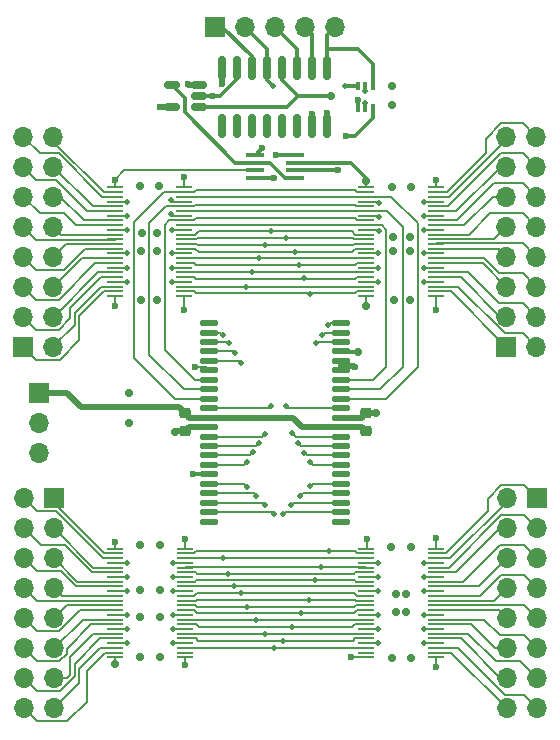
<source format=gtl>
%TF.GenerationSoftware,KiCad,Pcbnew,8.0.7*%
%TF.CreationDate,2025-02-08T20:50:40+05:30*%
%TF.ProjectId,AOS16 Double Buffer,414f5331-3620-4446-9f75-626c65204275,rev?*%
%TF.SameCoordinates,Original*%
%TF.FileFunction,Copper,L1,Top*%
%TF.FilePolarity,Positive*%
%FSLAX46Y46*%
G04 Gerber Fmt 4.6, Leading zero omitted, Abs format (unit mm)*
G04 Created by KiCad (PCBNEW 8.0.7) date 2025-02-08 20:50:40*
%MOMM*%
%LPD*%
G01*
G04 APERTURE LIST*
G04 Aperture macros list*
%AMRoundRect*
0 Rectangle with rounded corners*
0 $1 Rounding radius*
0 $2 $3 $4 $5 $6 $7 $8 $9 X,Y pos of 4 corners*
0 Add a 4 corners polygon primitive as box body*
4,1,4,$2,$3,$4,$5,$6,$7,$8,$9,$2,$3,0*
0 Add four circle primitives for the rounded corners*
1,1,$1+$1,$2,$3*
1,1,$1+$1,$4,$5*
1,1,$1+$1,$6,$7*
1,1,$1+$1,$8,$9*
0 Add four rect primitives between the rounded corners*
20,1,$1+$1,$2,$3,$4,$5,0*
20,1,$1+$1,$4,$5,$6,$7,0*
20,1,$1+$1,$6,$7,$8,$9,0*
20,1,$1+$1,$8,$9,$2,$3,0*%
G04 Aperture macros list end*
%TA.AperFunction,ComponentPad*%
%ADD10R,1.700000X1.700000*%
%TD*%
%TA.AperFunction,ComponentPad*%
%ADD11O,1.700000X1.700000*%
%TD*%
%TA.AperFunction,SMDPad,CuDef*%
%ADD12R,1.600000X0.300000*%
%TD*%
%TA.AperFunction,SMDPad,CuDef*%
%ADD13RoundRect,0.100000X-0.100000X0.225000X-0.100000X-0.225000X0.100000X-0.225000X0.100000X0.225000X0*%
%TD*%
%TA.AperFunction,SMDPad,CuDef*%
%ADD14RoundRect,0.150000X-0.150000X0.825000X-0.150000X-0.825000X0.150000X-0.825000X0.150000X0.825000X0*%
%TD*%
%TA.AperFunction,SMDPad,CuDef*%
%ADD15RoundRect,0.225000X0.250000X-0.225000X0.250000X0.225000X-0.250000X0.225000X-0.250000X-0.225000X0*%
%TD*%
%TA.AperFunction,SMDPad,CuDef*%
%ADD16R,1.475000X0.200000*%
%TD*%
%TA.AperFunction,SMDPad,CuDef*%
%ADD17RoundRect,0.150000X0.512500X0.150000X-0.512500X0.150000X-0.512500X-0.150000X0.512500X-0.150000X0*%
%TD*%
%TA.AperFunction,SMDPad,CuDef*%
%ADD18RoundRect,0.137500X-0.625000X-0.137500X0.625000X-0.137500X0.625000X0.137500X-0.625000X0.137500X0*%
%TD*%
%TA.AperFunction,SMDPad,CuDef*%
%ADD19RoundRect,0.225000X-0.250000X0.225000X-0.250000X-0.225000X0.250000X-0.225000X0.250000X0.225000X0*%
%TD*%
%TA.AperFunction,ViaPad*%
%ADD20C,0.700000*%
%TD*%
%TA.AperFunction,ViaPad*%
%ADD21C,0.508000*%
%TD*%
%TA.AperFunction,ViaPad*%
%ADD22C,0.600000*%
%TD*%
%TA.AperFunction,Conductor*%
%ADD23C,0.200000*%
%TD*%
%TA.AperFunction,Conductor*%
%ADD24C,0.300000*%
%TD*%
%TA.AperFunction,Conductor*%
%ADD25C,0.500000*%
%TD*%
G04 APERTURE END LIST*
D10*
%TO.P,J2,1,Pin_1*%
%TO.N,/W1*%
X51985000Y-25435000D03*
D11*
%TO.P,J2,2,Pin_2*%
%TO.N,/W0*%
X54525000Y-25435000D03*
%TO.P,J2,3,Pin_3*%
%TO.N,/R1*%
X57065000Y-25435000D03*
%TO.P,J2,4,Pin_4*%
%TO.N,/R0*%
X59605000Y-25435000D03*
%TO.P,J2,5,Pin_5*%
%TO.N,/SEL*%
X62145000Y-25435000D03*
%TD*%
%TO.P,J3,16,Pin_16*%
%TO.N,/word_conn/IN15*%
X35780000Y-83105000D03*
%TO.P,J3,15,Pin_15*%
%TO.N,/word_conn/IN14*%
X38320000Y-83105000D03*
%TO.P,J3,14,Pin_14*%
%TO.N,/word_conn/IN13*%
X35780000Y-80565000D03*
%TO.P,J3,13,Pin_13*%
%TO.N,/word_conn/IN12*%
X38320000Y-80565000D03*
%TO.P,J3,12,Pin_12*%
%TO.N,/word_conn/IN11*%
X35780000Y-78025000D03*
%TO.P,J3,11,Pin_11*%
%TO.N,/word_conn/IN10*%
X38320000Y-78025000D03*
%TO.P,J3,10,Pin_10*%
%TO.N,/word_conn/IN9*%
X35780000Y-75485000D03*
%TO.P,J3,9,Pin_9*%
%TO.N,/word_conn/IN8*%
X38320000Y-75485000D03*
%TO.P,J3,8,Pin_8*%
%TO.N,/word_conn/IN7*%
X35780000Y-72945000D03*
%TO.P,J3,7,Pin_7*%
%TO.N,/word_conn/IN6*%
X38320000Y-72945000D03*
%TO.P,J3,6,Pin_6*%
%TO.N,/word_conn/IN5*%
X35780000Y-70405000D03*
%TO.P,J3,5,Pin_5*%
%TO.N,/word_conn/IN4*%
X38320000Y-70405000D03*
%TO.P,J3,4,Pin_4*%
%TO.N,/word_conn/IN3*%
X35780000Y-67865000D03*
%TO.P,J3,3,Pin_3*%
%TO.N,/word_conn/IN2*%
X38320000Y-67865000D03*
%TO.P,J3,2,Pin_2*%
%TO.N,/word_conn/IN1*%
X35780000Y-65325000D03*
D10*
%TO.P,J3,1,Pin_1*%
%TO.N,/word_conn/IN0*%
X38320000Y-65325000D03*
%TD*%
D12*
%TO.P,U2,1*%
%TO.N,Net-(U2-Pad1)*%
X58767000Y-38215000D03*
%TO.P,U2,2*%
%TO.N,/~{SEL}*%
X58767000Y-37565000D03*
%TO.P,U2,3*%
%TO.N,/E1*%
X58767000Y-36915000D03*
%TO.P,U2,4,GND*%
%TO.N,GND*%
X58767000Y-36265000D03*
%TO.P,U2,5*%
%TO.N,/SEL*%
X55367000Y-36265000D03*
%TO.P,U2,6*%
%TO.N,Net-(U2-Pad1)*%
X55367000Y-36915000D03*
%TO.P,U2,7*%
%TO.N,/E0*%
X55367000Y-37565000D03*
%TO.P,U2,8,VCC*%
%TO.N,VCC*%
X55367000Y-38215000D03*
%TD*%
D13*
%TO.P,IC1,1,1A*%
%TO.N,/SEL*%
X65350000Y-30425000D03*
%TO.P,IC1,2,GND*%
%TO.N,GND*%
X64700000Y-30425000D03*
%TO.P,IC1,3,2A*%
%TO.N,/W0*%
X64050000Y-30425000D03*
%TO.P,IC1,4,2Y*%
%TO.N,/~{W0}*%
X64050000Y-32325000D03*
%TO.P,IC1,5,VCC*%
%TO.N,VCC*%
X64700000Y-32325000D03*
%TO.P,IC1,6,1Y*%
%TO.N,/~{SEL}*%
X65350000Y-32325000D03*
%TD*%
D11*
%TO.P,J4,16,Pin_16*%
%TO.N,/word_conn1/IN15*%
X76680000Y-83105000D03*
%TO.P,J4,15,Pin_15*%
%TO.N,/word_conn1/IN14*%
X79220000Y-83105000D03*
%TO.P,J4,14,Pin_14*%
%TO.N,/word_conn1/IN13*%
X76680000Y-80565000D03*
%TO.P,J4,13,Pin_13*%
%TO.N,/word_conn1/IN12*%
X79220000Y-80565000D03*
%TO.P,J4,12,Pin_12*%
%TO.N,/word_conn1/IN11*%
X76680000Y-78025000D03*
%TO.P,J4,11,Pin_11*%
%TO.N,/word_conn1/IN10*%
X79220000Y-78025000D03*
%TO.P,J4,10,Pin_10*%
%TO.N,/word_conn1/IN9*%
X76680000Y-75485000D03*
%TO.P,J4,9,Pin_9*%
%TO.N,/word_conn1/IN8*%
X79220000Y-75485000D03*
%TO.P,J4,8,Pin_8*%
%TO.N,/word_conn1/IN7*%
X76680000Y-72945000D03*
%TO.P,J4,7,Pin_7*%
%TO.N,/word_conn1/IN6*%
X79220000Y-72945000D03*
%TO.P,J4,6,Pin_6*%
%TO.N,/word_conn1/IN5*%
X76680000Y-70405000D03*
%TO.P,J4,5,Pin_5*%
%TO.N,/word_conn1/IN4*%
X79220000Y-70405000D03*
%TO.P,J4,4,Pin_4*%
%TO.N,/word_conn1/IN3*%
X76680000Y-67865000D03*
%TO.P,J4,3,Pin_3*%
%TO.N,/word_conn1/IN2*%
X79220000Y-67865000D03*
%TO.P,J4,2,Pin_2*%
%TO.N,/word_conn1/IN1*%
X76680000Y-65325000D03*
D10*
%TO.P,J4,1,Pin_1*%
%TO.N,/word_conn1/IN0*%
X79220000Y-65325000D03*
%TD*%
D11*
%TO.P,J1,3,Pin_3*%
%TO.N,GND*%
X37030000Y-61460000D03*
%TO.P,J1,2,Pin_2*%
%TO.N,VCC*%
X37030000Y-58920000D03*
D10*
%TO.P,J1,1,Pin_1*%
%TO.N,+3.3V*%
X37030000Y-56380000D03*
%TD*%
D14*
%TO.P,U1,1,S*%
%TO.N,/SEL*%
X61427000Y-28900000D03*
%TO.P,U1,2,I0a*%
%TO.N,/R0*%
X60157000Y-28900000D03*
%TO.P,U1,3,I1a*%
%TO.N,/R1*%
X58887000Y-28900000D03*
%TO.P,U1,4,Za*%
%TO.N,/R*%
X57617000Y-28900000D03*
%TO.P,U1,5,I0b*%
%TO.N,/W0*%
X56347000Y-28900000D03*
%TO.P,U1,6,I1b*%
%TO.N,/W1*%
X55077000Y-28900000D03*
%TO.P,U1,7,Zb*%
%TO.N,/W*%
X53807000Y-28900000D03*
%TO.P,U1,8,GND*%
%TO.N,GND*%
X52537000Y-28900000D03*
%TO.P,U1,9,Zc*%
%TO.N,unconnected-(U1-Zc-Pad9)*%
X52537000Y-33850000D03*
%TO.P,U1,10,I1c*%
%TO.N,unconnected-(U1-I1c-Pad10)*%
X53807000Y-33850000D03*
%TO.P,U1,11,I0c*%
%TO.N,unconnected-(U1-I0c-Pad11)*%
X55077000Y-33850000D03*
%TO.P,U1,12,Zd*%
%TO.N,unconnected-(U1-Zd-Pad12)*%
X56347000Y-33850000D03*
%TO.P,U1,13,I1d*%
%TO.N,unconnected-(U1-I1d-Pad13)*%
X57617000Y-33850000D03*
%TO.P,U1,14,I0d*%
%TO.N,unconnected-(U1-I0d-Pad14)*%
X58887000Y-33850000D03*
%TO.P,U1,15,E*%
%TO.N,GND*%
X60157000Y-33850000D03*
%TO.P,U1,16,VCC*%
%TO.N,VCC*%
X61427000Y-33850000D03*
%TD*%
D15*
%TO.P,C7,1*%
%TO.N,+3.3V*%
X64765000Y-59675000D03*
%TO.P,C7,2*%
%TO.N,GND*%
X64765000Y-58125000D03*
%TD*%
D16*
%TO.P,IC5,1,1DIR*%
%TO.N,/R1*%
X70655000Y-48210000D03*
%TO.P,IC5,2,1B1*%
%TO.N,/word_conn3/IN0*%
X70655000Y-47810000D03*
%TO.P,IC5,3,1B2*%
%TO.N,/word_conn3/IN1*%
X70655000Y-47410000D03*
%TO.P,IC5,4,GND_1*%
%TO.N,GND*%
X70655000Y-47010000D03*
%TO.P,IC5,5,1B3*%
%TO.N,/word_conn3/IN2*%
X70655000Y-46610000D03*
%TO.P,IC5,6,1B4*%
%TO.N,/word_conn3/IN3*%
X70655000Y-46210000D03*
%TO.P,IC5,7,VCC_1*%
%TO.N,VCC*%
X70655000Y-45810000D03*
%TO.P,IC5,8,1B5*%
%TO.N,/word_conn3/IN4*%
X70655000Y-45410000D03*
%TO.P,IC5,9,1B6*%
%TO.N,/word_conn3/IN5*%
X70655000Y-45010000D03*
%TO.P,IC5,10,GND_2*%
%TO.N,GND*%
X70655000Y-44610000D03*
%TO.P,IC5,11,1B7*%
%TO.N,/word_conn3/IN6*%
X70655000Y-44210000D03*
%TO.P,IC5,12,1B8*%
%TO.N,/word_conn3/IN7*%
X70655000Y-43810000D03*
%TO.P,IC5,13,2B1*%
%TO.N,/word_conn3/IN8*%
X70655000Y-43410000D03*
%TO.P,IC5,14,2B2*%
%TO.N,/word_conn3/IN9*%
X70655000Y-43010000D03*
%TO.P,IC5,15,GND_3*%
%TO.N,GND*%
X70655000Y-42610000D03*
%TO.P,IC5,16,2B3*%
%TO.N,/word_conn3/IN10*%
X70655000Y-42210000D03*
%TO.P,IC5,17,2B4*%
%TO.N,/word_conn3/IN11*%
X70655000Y-41810000D03*
%TO.P,IC5,18,VCC_2*%
%TO.N,VCC*%
X70655000Y-41410000D03*
%TO.P,IC5,19,2B5*%
%TO.N,/word_conn3/IN12*%
X70655000Y-41010000D03*
%TO.P,IC5,20,2B6*%
%TO.N,/word_conn3/IN13*%
X70655000Y-40610000D03*
%TO.P,IC5,21,GND_4*%
%TO.N,GND*%
X70655000Y-40210000D03*
%TO.P,IC5,22,2B7*%
%TO.N,/word_conn3/IN14*%
X70655000Y-39810000D03*
%TO.P,IC5,23,2B8*%
%TO.N,/word_conn3/IN15*%
X70655000Y-39410000D03*
%TO.P,IC5,24,2DIR*%
%TO.N,/R1*%
X70655000Y-39010000D03*
%TO.P,IC5,25,2~{OE}*%
%TO.N,/E1*%
X64779000Y-39010000D03*
%TO.P,IC5,26,2A8*%
%TO.N,/ram/OUT15*%
X64779000Y-39410000D03*
%TO.P,IC5,27,2A7*%
%TO.N,/ram/OUT14*%
X64779000Y-39810000D03*
%TO.P,IC5,28,GND_5*%
%TO.N,GND*%
X64779000Y-40210000D03*
%TO.P,IC5,29,2A6*%
%TO.N,/ram/OUT13*%
X64779000Y-40610000D03*
%TO.P,IC5,30,2A5*%
%TO.N,/ram/OUT12*%
X64779000Y-41010000D03*
%TO.P,IC5,31,VCC_3*%
%TO.N,VCC*%
X64779000Y-41410000D03*
%TO.P,IC5,32,2A4*%
%TO.N,/ram/OUT11*%
X64779000Y-41810000D03*
%TO.P,IC5,33,2A3*%
%TO.N,/ram/OUT10*%
X64779000Y-42210000D03*
%TO.P,IC5,34,GND_6*%
%TO.N,GND*%
X64779000Y-42610000D03*
%TO.P,IC5,35,2A2*%
%TO.N,/ram/OUT9*%
X64779000Y-43010000D03*
%TO.P,IC5,36,2A1*%
%TO.N,/ram/OUT8*%
X64779000Y-43410000D03*
%TO.P,IC5,37,1A8*%
%TO.N,/ram/OUT7*%
X64779000Y-43810000D03*
%TO.P,IC5,38,1A7*%
%TO.N,/ram/OUT6*%
X64779000Y-44210000D03*
%TO.P,IC5,39,GND_7*%
%TO.N,GND*%
X64779000Y-44610000D03*
%TO.P,IC5,40,1A6*%
%TO.N,/ram/OUT5*%
X64779000Y-45010000D03*
%TO.P,IC5,41,1A5*%
%TO.N,/ram/OUT4*%
X64779000Y-45410000D03*
%TO.P,IC5,42,VCC_4*%
%TO.N,VCC*%
X64779000Y-45810000D03*
%TO.P,IC5,43,1A4*%
%TO.N,/ram/OUT3*%
X64779000Y-46210000D03*
%TO.P,IC5,44,1A3*%
%TO.N,/ram/OUT2*%
X64779000Y-46610000D03*
%TO.P,IC5,45,GND_8*%
%TO.N,GND*%
X64779000Y-47010000D03*
%TO.P,IC5,46,1A2*%
%TO.N,/ram/OUT1*%
X64779000Y-47410000D03*
%TO.P,IC5,47,1A1*%
%TO.N,/ram/OUT0*%
X64779000Y-47810000D03*
%TO.P,IC5,48,1~{OE}*%
%TO.N,/E1*%
X64779000Y-48210000D03*
%TD*%
D17*
%TO.P,U3,1*%
%TO.N,/R*%
X50595000Y-32237500D03*
%TO.P,U3,2*%
%TO.N,/W*%
X50595000Y-31287500D03*
%TO.P,U3,3,GND*%
%TO.N,GND*%
X50595000Y-30337500D03*
%TO.P,U3,4*%
%TO.N,Net-(U2-Pad1)*%
X48320000Y-30337500D03*
%TO.P,U3,5,VCC*%
%TO.N,VCC*%
X48320000Y-32237500D03*
%TD*%
D11*
%TO.P,J6,16,Pin_16*%
%TO.N,/word_conn3/IN15*%
X79180000Y-34705000D03*
%TO.P,J6,15,Pin_15*%
%TO.N,/word_conn3/IN14*%
X76640000Y-34705000D03*
%TO.P,J6,14,Pin_14*%
%TO.N,/word_conn3/IN13*%
X79180000Y-37245000D03*
%TO.P,J6,13,Pin_13*%
%TO.N,/word_conn3/IN12*%
X76640000Y-37245000D03*
%TO.P,J6,12,Pin_12*%
%TO.N,/word_conn3/IN11*%
X79180000Y-39785000D03*
%TO.P,J6,11,Pin_11*%
%TO.N,/word_conn3/IN10*%
X76640000Y-39785000D03*
%TO.P,J6,10,Pin_10*%
%TO.N,/word_conn3/IN9*%
X79180000Y-42325000D03*
%TO.P,J6,9,Pin_9*%
%TO.N,/word_conn3/IN8*%
X76640000Y-42325000D03*
%TO.P,J6,8,Pin_8*%
%TO.N,/word_conn3/IN7*%
X79180000Y-44865000D03*
%TO.P,J6,7,Pin_7*%
%TO.N,/word_conn3/IN6*%
X76640000Y-44865000D03*
%TO.P,J6,6,Pin_6*%
%TO.N,/word_conn3/IN5*%
X79180000Y-47405000D03*
%TO.P,J6,5,Pin_5*%
%TO.N,/word_conn3/IN4*%
X76640000Y-47405000D03*
%TO.P,J6,4,Pin_4*%
%TO.N,/word_conn3/IN3*%
X79180000Y-49945000D03*
%TO.P,J6,3,Pin_3*%
%TO.N,/word_conn3/IN2*%
X76640000Y-49945000D03*
%TO.P,J6,2,Pin_2*%
%TO.N,/word_conn3/IN1*%
X79180000Y-52485000D03*
D10*
%TO.P,J6,1,Pin_1*%
%TO.N,/word_conn3/IN0*%
X76640000Y-52485000D03*
%TD*%
D18*
%TO.P,IC2,1,NC_1*%
%TO.N,unconnected-(IC2-NC_1-Pad1)*%
X51479500Y-50505000D03*
%TO.P,IC2,2,A14*%
%TO.N,/ram/INA1*%
X51479500Y-51305000D03*
%TO.P,IC2,3,A13*%
%TO.N,/ram/INA3*%
X51479500Y-52105000D03*
%TO.P,IC2,4,A12*%
%TO.N,/ram/INA5*%
X51479500Y-52905000D03*
%TO.P,IC2,5,A11*%
%TO.N,/ram/INA6*%
X51479500Y-53705000D03*
%TO.P,IC2,6,~{CE}*%
%TO.N,GND*%
X51479500Y-54505000D03*
%TO.P,IC2,7,I/O0*%
%TO.N,/ram/OUT11*%
X51479500Y-55305000D03*
%TO.P,IC2,8,I/O1*%
%TO.N,/ram/OUT13*%
X51479500Y-56105000D03*
%TO.P,IC2,9,I/O2*%
%TO.N,/ram/OUT15*%
X51479500Y-56905000D03*
%TO.P,IC2,10,I/O3*%
%TO.N,/ram/OUT9*%
X51479500Y-57705000D03*
%TO.P,IC2,11,VDD_1*%
%TO.N,+3.3V*%
X51479500Y-58505000D03*
%TO.P,IC2,12,GND_1*%
%TO.N,GND*%
X51479500Y-59305000D03*
%TO.P,IC2,13,I/O4*%
%TO.N,/ram/OUT7*%
X51479500Y-60105000D03*
%TO.P,IC2,14,I/O5*%
%TO.N,/ram/OUT5*%
X51479500Y-60905000D03*
%TO.P,IC2,15,I/O6*%
%TO.N,/ram/OUT3*%
X51479500Y-61705000D03*
%TO.P,IC2,16,I/O7*%
%TO.N,/ram/OUT1*%
X51479500Y-62505000D03*
%TO.P,IC2,17,~{WE}*%
%TO.N,/W*%
X51479500Y-63305000D03*
%TO.P,IC2,18,A10*%
%TO.N,/ram/INA8*%
X51479500Y-64105000D03*
%TO.P,IC2,19,A9*%
%TO.N,/ram/INA10*%
X51479500Y-64905000D03*
%TO.P,IC2,20,A8*%
%TO.N,/ram/INA12*%
X51479500Y-65705000D03*
%TO.P,IC2,21,A7*%
%TO.N,/ram/INA14*%
X51479500Y-66505000D03*
%TO.P,IC2,22,NC_2*%
%TO.N,unconnected-(IC2-NC_2-Pad22)*%
X51479500Y-67305000D03*
%TO.P,IC2,23,NC_3*%
%TO.N,unconnected-(IC2-NC_3-Pad23)*%
X62654500Y-67305000D03*
%TO.P,IC2,24,A6*%
%TO.N,/ram/INA13*%
X62654500Y-66505000D03*
%TO.P,IC2,25,A5*%
%TO.N,/ram/INA11*%
X62654500Y-65705000D03*
%TO.P,IC2,26,A4*%
%TO.N,/ram/INA9*%
X62654500Y-64905000D03*
%TO.P,IC2,27,A3*%
%TO.N,/ram/INA7*%
X62654500Y-64105000D03*
%TO.P,IC2,28,NC_4*%
%TO.N,unconnected-(IC2-NC_4-Pad28)*%
X62654500Y-63305000D03*
%TO.P,IC2,29,I/O8*%
%TO.N,/ram/OUT0*%
X62654500Y-62505000D03*
%TO.P,IC2,30,I/O9*%
%TO.N,/ram/OUT2*%
X62654500Y-61705000D03*
%TO.P,IC2,31,I/O10*%
%TO.N,/ram/OUT4*%
X62654500Y-60905000D03*
%TO.P,IC2,32,I/O11*%
%TO.N,/ram/OUT6*%
X62654500Y-60105000D03*
%TO.P,IC2,33,VDD_2*%
%TO.N,+3.3V*%
X62654500Y-59305000D03*
%TO.P,IC2,34,GND_2*%
%TO.N,GND*%
X62654500Y-58505000D03*
%TO.P,IC2,35,I/O12*%
%TO.N,/ram/OUT8*%
X62654500Y-57705000D03*
%TO.P,IC2,36,I/O13*%
%TO.N,/ram/OUT14*%
X62654500Y-56905000D03*
%TO.P,IC2,37,I/O14*%
%TO.N,/ram/OUT12*%
X62654500Y-56105000D03*
%TO.P,IC2,38,I/O15*%
%TO.N,/ram/OUT10*%
X62654500Y-55305000D03*
%TO.P,IC2,39,~{LB}*%
%TO.N,GND*%
X62654500Y-54505000D03*
%TO.P,IC2,40,~{UB}*%
X62654500Y-53705000D03*
%TO.P,IC2,41,~{OE}*%
%TO.N,/R*%
X62654500Y-52905000D03*
%TO.P,IC2,42,A2*%
%TO.N,/ram/INA4*%
X62654500Y-52105000D03*
%TO.P,IC2,43,A1*%
%TO.N,/ram/INA2*%
X62654500Y-51305000D03*
%TO.P,IC2,44,A0*%
%TO.N,/ram/INA0*%
X62654500Y-50505000D03*
%TD*%
D19*
%TO.P,C8,1*%
%TO.N,+3.3V*%
X49425000Y-58130000D03*
%TO.P,C8,2*%
%TO.N,GND*%
X49425000Y-59680000D03*
%TD*%
D16*
%TO.P,IC6,1,1DIR*%
%TO.N,GND*%
X43520000Y-69600000D03*
%TO.P,IC6,2,1B1*%
%TO.N,/word_conn/IN0*%
X43520000Y-70000000D03*
%TO.P,IC6,3,1B2*%
%TO.N,/word_conn/IN1*%
X43520000Y-70400000D03*
%TO.P,IC6,4,GND_1*%
%TO.N,GND*%
X43520000Y-70800000D03*
%TO.P,IC6,5,1B3*%
%TO.N,/word_conn/IN2*%
X43520000Y-71200000D03*
%TO.P,IC6,6,1B4*%
%TO.N,/word_conn/IN3*%
X43520000Y-71600000D03*
%TO.P,IC6,7,VCC_1*%
%TO.N,VCC*%
X43520000Y-72000000D03*
%TO.P,IC6,8,1B5*%
%TO.N,/word_conn/IN4*%
X43520000Y-72400000D03*
%TO.P,IC6,9,1B6*%
%TO.N,/word_conn/IN5*%
X43520000Y-72800000D03*
%TO.P,IC6,10,GND_2*%
%TO.N,GND*%
X43520000Y-73200000D03*
%TO.P,IC6,11,1B7*%
%TO.N,/word_conn/IN6*%
X43520000Y-73600000D03*
%TO.P,IC6,12,1B8*%
%TO.N,/word_conn/IN7*%
X43520000Y-74000000D03*
%TO.P,IC6,13,2B1*%
%TO.N,/word_conn/IN8*%
X43520000Y-74400000D03*
%TO.P,IC6,14,2B2*%
%TO.N,/word_conn/IN9*%
X43520000Y-74800000D03*
%TO.P,IC6,15,GND_3*%
%TO.N,GND*%
X43520000Y-75200000D03*
%TO.P,IC6,16,2B3*%
%TO.N,/word_conn/IN10*%
X43520000Y-75600000D03*
%TO.P,IC6,17,2B4*%
%TO.N,/word_conn/IN11*%
X43520000Y-76000000D03*
%TO.P,IC6,18,VCC_2*%
%TO.N,VCC*%
X43520000Y-76400000D03*
%TO.P,IC6,19,2B5*%
%TO.N,/word_conn/IN12*%
X43520000Y-76800000D03*
%TO.P,IC6,20,2B6*%
%TO.N,/word_conn/IN13*%
X43520000Y-77200000D03*
%TO.P,IC6,21,GND_4*%
%TO.N,GND*%
X43520000Y-77600000D03*
%TO.P,IC6,22,2B7*%
%TO.N,/word_conn/IN14*%
X43520000Y-78000000D03*
%TO.P,IC6,23,2B8*%
%TO.N,/word_conn/IN15*%
X43520000Y-78400000D03*
%TO.P,IC6,24,2DIR*%
%TO.N,GND*%
X43520000Y-78800000D03*
%TO.P,IC6,25,2~{OE}*%
%TO.N,/SEL*%
X49396000Y-78800000D03*
%TO.P,IC6,26,2A8*%
%TO.N,/word_buffer/A15*%
X49396000Y-78400000D03*
%TO.P,IC6,27,2A7*%
%TO.N,/ram/INA14*%
X49396000Y-78000000D03*
%TO.P,IC6,28,GND_5*%
%TO.N,GND*%
X49396000Y-77600000D03*
%TO.P,IC6,29,2A6*%
%TO.N,/ram/INA13*%
X49396000Y-77200000D03*
%TO.P,IC6,30,2A5*%
%TO.N,/ram/INA12*%
X49396000Y-76800000D03*
%TO.P,IC6,31,VCC_3*%
%TO.N,VCC*%
X49396000Y-76400000D03*
%TO.P,IC6,32,2A4*%
%TO.N,/ram/INA11*%
X49396000Y-76000000D03*
%TO.P,IC6,33,2A3*%
%TO.N,/ram/INA10*%
X49396000Y-75600000D03*
%TO.P,IC6,34,GND_6*%
%TO.N,GND*%
X49396000Y-75200000D03*
%TO.P,IC6,35,2A2*%
%TO.N,/ram/INA9*%
X49396000Y-74800000D03*
%TO.P,IC6,36,2A1*%
%TO.N,/ram/INA8*%
X49396000Y-74400000D03*
%TO.P,IC6,37,1A8*%
%TO.N,/ram/INA7*%
X49396000Y-74000000D03*
%TO.P,IC6,38,1A7*%
%TO.N,/ram/INA6*%
X49396000Y-73600000D03*
%TO.P,IC6,39,GND_7*%
%TO.N,GND*%
X49396000Y-73200000D03*
%TO.P,IC6,40,1A6*%
%TO.N,/ram/INA5*%
X49396000Y-72800000D03*
%TO.P,IC6,41,1A5*%
%TO.N,/ram/INA4*%
X49396000Y-72400000D03*
%TO.P,IC6,42,VCC_4*%
%TO.N,VCC*%
X49396000Y-72000000D03*
%TO.P,IC6,43,1A4*%
%TO.N,/ram/INA3*%
X49396000Y-71600000D03*
%TO.P,IC6,44,1A3*%
%TO.N,/ram/INA2*%
X49396000Y-71200000D03*
%TO.P,IC6,45,GND_8*%
%TO.N,GND*%
X49396000Y-70800000D03*
%TO.P,IC6,46,1A2*%
%TO.N,/ram/INA1*%
X49396000Y-70400000D03*
%TO.P,IC6,47,1A1*%
%TO.N,/ram/INA0*%
X49396000Y-70000000D03*
%TO.P,IC6,48,1~{OE}*%
%TO.N,/SEL*%
X49396000Y-69600000D03*
%TD*%
%TO.P,IC4,1,1DIR*%
%TO.N,/~{W0}*%
X49355000Y-48210000D03*
%TO.P,IC4,2,1B1*%
%TO.N,/ram/OUT0*%
X49355000Y-47810000D03*
%TO.P,IC4,3,1B2*%
%TO.N,/ram/OUT1*%
X49355000Y-47410000D03*
%TO.P,IC4,4,GND_1*%
%TO.N,GND*%
X49355000Y-47010000D03*
%TO.P,IC4,5,1B3*%
%TO.N,/ram/OUT2*%
X49355000Y-46610000D03*
%TO.P,IC4,6,1B4*%
%TO.N,/ram/OUT3*%
X49355000Y-46210000D03*
%TO.P,IC4,7,VCC_1*%
%TO.N,VCC*%
X49355000Y-45810000D03*
%TO.P,IC4,8,1B5*%
%TO.N,/ram/OUT4*%
X49355000Y-45410000D03*
%TO.P,IC4,9,1B6*%
%TO.N,/ram/OUT5*%
X49355000Y-45010000D03*
%TO.P,IC4,10,GND_2*%
%TO.N,GND*%
X49355000Y-44610000D03*
%TO.P,IC4,11,1B7*%
%TO.N,/ram/OUT6*%
X49355000Y-44210000D03*
%TO.P,IC4,12,1B8*%
%TO.N,/ram/OUT7*%
X49355000Y-43810000D03*
%TO.P,IC4,13,2B1*%
%TO.N,/ram/OUT8*%
X49355000Y-43410000D03*
%TO.P,IC4,14,2B2*%
%TO.N,/ram/OUT9*%
X49355000Y-43010000D03*
%TO.P,IC4,15,GND_3*%
%TO.N,GND*%
X49355000Y-42610000D03*
%TO.P,IC4,16,2B3*%
%TO.N,/ram/OUT10*%
X49355000Y-42210000D03*
%TO.P,IC4,17,2B4*%
%TO.N,/ram/OUT11*%
X49355000Y-41810000D03*
%TO.P,IC4,18,VCC_2*%
%TO.N,VCC*%
X49355000Y-41410000D03*
%TO.P,IC4,19,2B5*%
%TO.N,/ram/OUT12*%
X49355000Y-41010000D03*
%TO.P,IC4,20,2B6*%
%TO.N,/ram/OUT13*%
X49355000Y-40610000D03*
%TO.P,IC4,21,GND_4*%
%TO.N,GND*%
X49355000Y-40210000D03*
%TO.P,IC4,22,2B7*%
%TO.N,/ram/OUT14*%
X49355000Y-39810000D03*
%TO.P,IC4,23,2B8*%
%TO.N,/ram/OUT15*%
X49355000Y-39410000D03*
%TO.P,IC4,24,2DIR*%
%TO.N,/~{W0}*%
X49355000Y-39010000D03*
%TO.P,IC4,25,2~{OE}*%
%TO.N,/E0*%
X43479000Y-39010000D03*
%TO.P,IC4,26,2A8*%
%TO.N,/word_conn2/IN15*%
X43479000Y-39410000D03*
%TO.P,IC4,27,2A7*%
%TO.N,/word_conn2/IN14*%
X43479000Y-39810000D03*
%TO.P,IC4,28,GND_5*%
%TO.N,GND*%
X43479000Y-40210000D03*
%TO.P,IC4,29,2A6*%
%TO.N,/word_conn2/IN13*%
X43479000Y-40610000D03*
%TO.P,IC4,30,2A5*%
%TO.N,/word_conn2/IN12*%
X43479000Y-41010000D03*
%TO.P,IC4,31,VCC_3*%
%TO.N,VCC*%
X43479000Y-41410000D03*
%TO.P,IC4,32,2A4*%
%TO.N,/word_conn2/IN11*%
X43479000Y-41810000D03*
%TO.P,IC4,33,2A3*%
%TO.N,/word_conn2/IN10*%
X43479000Y-42210000D03*
%TO.P,IC4,34,GND_6*%
%TO.N,GND*%
X43479000Y-42610000D03*
%TO.P,IC4,35,2A2*%
%TO.N,/word_conn2/IN9*%
X43479000Y-43010000D03*
%TO.P,IC4,36,2A1*%
%TO.N,/word_conn2/IN8*%
X43479000Y-43410000D03*
%TO.P,IC4,37,1A8*%
%TO.N,/word_conn2/IN7*%
X43479000Y-43810000D03*
%TO.P,IC4,38,1A7*%
%TO.N,/word_conn2/IN6*%
X43479000Y-44210000D03*
%TO.P,IC4,39,GND_7*%
%TO.N,GND*%
X43479000Y-44610000D03*
%TO.P,IC4,40,1A6*%
%TO.N,/word_conn2/IN5*%
X43479000Y-45010000D03*
%TO.P,IC4,41,1A5*%
%TO.N,/word_conn2/IN4*%
X43479000Y-45410000D03*
%TO.P,IC4,42,VCC_4*%
%TO.N,VCC*%
X43479000Y-45810000D03*
%TO.P,IC4,43,1A4*%
%TO.N,/word_conn2/IN3*%
X43479000Y-46210000D03*
%TO.P,IC4,44,1A3*%
%TO.N,/word_conn2/IN2*%
X43479000Y-46610000D03*
%TO.P,IC4,45,GND_8*%
%TO.N,GND*%
X43479000Y-47010000D03*
%TO.P,IC4,46,1A2*%
%TO.N,/word_conn2/IN1*%
X43479000Y-47410000D03*
%TO.P,IC4,47,1A1*%
%TO.N,/word_conn2/IN0*%
X43479000Y-47810000D03*
%TO.P,IC4,48,1~{OE}*%
%TO.N,/E0*%
X43479000Y-48210000D03*
%TD*%
D10*
%TO.P,J5,1,Pin_1*%
%TO.N,/word_conn2/IN0*%
X35740000Y-52485000D03*
D11*
%TO.P,J5,2,Pin_2*%
%TO.N,/word_conn2/IN1*%
X38280000Y-52485000D03*
%TO.P,J5,3,Pin_3*%
%TO.N,/word_conn2/IN2*%
X35740000Y-49945000D03*
%TO.P,J5,4,Pin_4*%
%TO.N,/word_conn2/IN3*%
X38280000Y-49945000D03*
%TO.P,J5,5,Pin_5*%
%TO.N,/word_conn2/IN4*%
X35740000Y-47405000D03*
%TO.P,J5,6,Pin_6*%
%TO.N,/word_conn2/IN5*%
X38280000Y-47405000D03*
%TO.P,J5,7,Pin_7*%
%TO.N,/word_conn2/IN6*%
X35740000Y-44865000D03*
%TO.P,J5,8,Pin_8*%
%TO.N,/word_conn2/IN7*%
X38280000Y-44865000D03*
%TO.P,J5,9,Pin_9*%
%TO.N,/word_conn2/IN8*%
X35740000Y-42325000D03*
%TO.P,J5,10,Pin_10*%
%TO.N,/word_conn2/IN9*%
X38280000Y-42325000D03*
%TO.P,J5,11,Pin_11*%
%TO.N,/word_conn2/IN10*%
X35740000Y-39785000D03*
%TO.P,J5,12,Pin_12*%
%TO.N,/word_conn2/IN11*%
X38280000Y-39785000D03*
%TO.P,J5,13,Pin_13*%
%TO.N,/word_conn2/IN12*%
X35740000Y-37245000D03*
%TO.P,J5,14,Pin_14*%
%TO.N,/word_conn2/IN13*%
X38280000Y-37245000D03*
%TO.P,J5,15,Pin_15*%
%TO.N,/word_conn2/IN14*%
X35740000Y-34705000D03*
%TO.P,J5,16,Pin_16*%
%TO.N,/word_conn2/IN15*%
X38280000Y-34705000D03*
%TD*%
D16*
%TO.P,IC3,1,1DIR*%
%TO.N,VCC*%
X64779000Y-69600000D03*
%TO.P,IC3,2,1B1*%
%TO.N,/ram/INA0*%
X64779000Y-70000000D03*
%TO.P,IC3,3,1B2*%
%TO.N,/ram/INA1*%
X64779000Y-70400000D03*
%TO.P,IC3,4,GND_1*%
%TO.N,GND*%
X64779000Y-70800000D03*
%TO.P,IC3,5,1B3*%
%TO.N,/ram/INA2*%
X64779000Y-71200000D03*
%TO.P,IC3,6,1B4*%
%TO.N,/ram/INA3*%
X64779000Y-71600000D03*
%TO.P,IC3,7,VCC_1*%
%TO.N,VCC*%
X64779000Y-72000000D03*
%TO.P,IC3,8,1B5*%
%TO.N,/ram/INA4*%
X64779000Y-72400000D03*
%TO.P,IC3,9,1B6*%
%TO.N,/ram/INA5*%
X64779000Y-72800000D03*
%TO.P,IC3,10,GND_2*%
%TO.N,GND*%
X64779000Y-73200000D03*
%TO.P,IC3,11,1B7*%
%TO.N,/ram/INA6*%
X64779000Y-73600000D03*
%TO.P,IC3,12,1B8*%
%TO.N,/ram/INA7*%
X64779000Y-74000000D03*
%TO.P,IC3,13,2B1*%
%TO.N,/ram/INA8*%
X64779000Y-74400000D03*
%TO.P,IC3,14,2B2*%
%TO.N,/ram/INA9*%
X64779000Y-74800000D03*
%TO.P,IC3,15,GND_3*%
%TO.N,GND*%
X64779000Y-75200000D03*
%TO.P,IC3,16,2B3*%
%TO.N,/ram/INA10*%
X64779000Y-75600000D03*
%TO.P,IC3,17,2B4*%
%TO.N,/ram/INA11*%
X64779000Y-76000000D03*
%TO.P,IC3,18,VCC_2*%
%TO.N,VCC*%
X64779000Y-76400000D03*
%TO.P,IC3,19,2B5*%
%TO.N,/ram/INA12*%
X64779000Y-76800000D03*
%TO.P,IC3,20,2B6*%
%TO.N,/ram/INA13*%
X64779000Y-77200000D03*
%TO.P,IC3,21,GND_4*%
%TO.N,GND*%
X64779000Y-77600000D03*
%TO.P,IC3,22,2B7*%
%TO.N,/ram/INA14*%
X64779000Y-78000000D03*
%TO.P,IC3,23,2B8*%
%TO.N,/word_buffer1/B15*%
X64779000Y-78400000D03*
%TO.P,IC3,24,2DIR*%
%TO.N,VCC*%
X64779000Y-78800000D03*
%TO.P,IC3,25,2~{OE}*%
%TO.N,/~{SEL}*%
X70655000Y-78800000D03*
%TO.P,IC3,26,2A8*%
%TO.N,/word_conn1/IN15*%
X70655000Y-78400000D03*
%TO.P,IC3,27,2A7*%
%TO.N,/word_conn1/IN14*%
X70655000Y-78000000D03*
%TO.P,IC3,28,GND_5*%
%TO.N,GND*%
X70655000Y-77600000D03*
%TO.P,IC3,29,2A6*%
%TO.N,/word_conn1/IN13*%
X70655000Y-77200000D03*
%TO.P,IC3,30,2A5*%
%TO.N,/word_conn1/IN12*%
X70655000Y-76800000D03*
%TO.P,IC3,31,VCC_3*%
%TO.N,VCC*%
X70655000Y-76400000D03*
%TO.P,IC3,32,2A4*%
%TO.N,/word_conn1/IN11*%
X70655000Y-76000000D03*
%TO.P,IC3,33,2A3*%
%TO.N,/word_conn1/IN10*%
X70655000Y-75600000D03*
%TO.P,IC3,34,GND_6*%
%TO.N,GND*%
X70655000Y-75200000D03*
%TO.P,IC3,35,2A2*%
%TO.N,/word_conn1/IN9*%
X70655000Y-74800000D03*
%TO.P,IC3,36,2A1*%
%TO.N,/word_conn1/IN8*%
X70655000Y-74400000D03*
%TO.P,IC3,37,1A8*%
%TO.N,/word_conn1/IN7*%
X70655000Y-74000000D03*
%TO.P,IC3,38,1A7*%
%TO.N,/word_conn1/IN6*%
X70655000Y-73600000D03*
%TO.P,IC3,39,GND_7*%
%TO.N,GND*%
X70655000Y-73200000D03*
%TO.P,IC3,40,1A6*%
%TO.N,/word_conn1/IN5*%
X70655000Y-72800000D03*
%TO.P,IC3,41,1A5*%
%TO.N,/word_conn1/IN4*%
X70655000Y-72400000D03*
%TO.P,IC3,42,VCC_4*%
%TO.N,VCC*%
X70655000Y-72000000D03*
%TO.P,IC3,43,1A4*%
%TO.N,/word_conn1/IN3*%
X70655000Y-71600000D03*
%TO.P,IC3,44,1A3*%
%TO.N,/word_conn1/IN2*%
X70655000Y-71200000D03*
%TO.P,IC3,45,GND_8*%
%TO.N,GND*%
X70655000Y-70800000D03*
%TO.P,IC3,46,1A2*%
%TO.N,/word_conn1/IN1*%
X70655000Y-70400000D03*
%TO.P,IC3,47,1A1*%
%TO.N,/word_conn1/IN0*%
X70655000Y-70000000D03*
%TO.P,IC3,48,1~{OE}*%
%TO.N,/~{SEL}*%
X70655000Y-69600000D03*
%TD*%
D20*
%TO.N,GND*%
X43500000Y-79400000D03*
%TO.N,/R*%
X64076900Y-52945900D03*
X61760000Y-31307600D03*
%TO.N,/E1*%
X64750000Y-49020000D03*
X64785000Y-38493788D03*
%TO.N,VCC*%
X66990000Y-32005000D03*
%TO.N,GND*%
X66945000Y-30455000D03*
D21*
X64695000Y-30890000D03*
%TO.N,VCC*%
X64700001Y-31849676D03*
%TO.N,/W0*%
X62960000Y-30445000D03*
X56845000Y-30445000D03*
%TO.N,GND*%
X48384344Y-75200001D03*
X48384343Y-73199999D03*
X65790656Y-73199999D03*
X65790657Y-75200000D03*
D22*
%TO.N,/~{SEL}*%
X70640000Y-79585000D03*
%TO.N,GND*%
X63850000Y-54250000D03*
%TO.N,/E0*%
X43480000Y-38385000D03*
X43485000Y-49020000D03*
%TO.N,/W*%
X51800000Y-31290000D03*
X50060000Y-63295000D03*
%TO.N,/~{SEL}*%
X70640000Y-68690000D03*
X63083500Y-34652900D03*
X62340000Y-37570000D03*
%TO.N,/SEL*%
X49385000Y-68760000D03*
X49395000Y-79470000D03*
X55955400Y-35710400D03*
%TO.N,/~{W0}*%
X49355000Y-38117400D03*
X64038217Y-31602600D03*
X49365000Y-49395000D03*
D21*
%TO.N,/ram/INA2*%
X60980000Y-71190000D03*
X61013600Y-51495000D03*
%TO.N,/ram/OUT1*%
X54580000Y-47410000D03*
X54676400Y-62260700D03*
%TO.N,/ram/OUT4*%
X58985800Y-60645000D03*
X59050000Y-45590000D03*
%TO.N,/ram/OUT0*%
X59967200Y-62235000D03*
X59998600Y-48046400D03*
%TO.N,/ram/INA6*%
X54166400Y-53870000D03*
X54160000Y-73355000D03*
%TO.N,/ram/INA11*%
X58429600Y-65891100D03*
X58477400Y-76235000D03*
%TO.N,/ram/INA13*%
X57707300Y-77400000D03*
X57689500Y-66690000D03*
%TO.N,/ram/INA5*%
X53575000Y-72800000D03*
X53680000Y-53060000D03*
%TO.N,/ram/OUT3*%
X55080000Y-46210000D03*
X55181400Y-61425000D03*
%TO.N,/ram/INA4*%
X60470000Y-72275000D03*
X60505000Y-52195000D03*
%TO.N,/ram/INA10*%
X55439000Y-65104300D03*
X55427600Y-75600000D03*
%TO.N,/ram/OUT5*%
X55681400Y-60635000D03*
X55673600Y-45010000D03*
%TO.N,/ram/INA3*%
X53075000Y-71730000D03*
X53145000Y-52220000D03*
%TO.N,/ram/INA8*%
X54676400Y-64347500D03*
X54680000Y-74548600D03*
%TO.N,/ram/INA9*%
X59219900Y-75055000D03*
X59197100Y-65103600D03*
%TO.N,/ram/OUT6*%
X58700000Y-44490000D03*
X58497200Y-59796400D03*
%TO.N,/ram/OUT9*%
X56700000Y-42735000D03*
X56695000Y-57545000D03*
%TO.N,/ram/INA0*%
X61590000Y-69805000D03*
X61520000Y-50685000D03*
%TO.N,/ram/INA7*%
X59967200Y-64302500D03*
X59960000Y-73920000D03*
%TO.N,/ram/OUT7*%
X56186400Y-59880000D03*
X56180000Y-43900000D03*
%TO.N,/ram/INA14*%
X56941300Y-78000000D03*
X56945500Y-66690800D03*
%TO.N,/ram/OUT8*%
X58000000Y-43320000D03*
X57988600Y-57530000D03*
%TO.N,/ram/INA1*%
X52620000Y-51525000D03*
X52638600Y-70400000D03*
%TO.N,/ram/OUT2*%
X59510000Y-46716400D03*
X59492200Y-61471400D03*
%TO.N,/ram/INA12*%
X56181900Y-76800000D03*
X56194700Y-65913600D03*
D22*
%TO.N,/R1*%
X70655000Y-38395000D03*
X70655000Y-49360000D03*
D21*
%TO.N,VCC*%
X65790700Y-72000000D03*
D20*
X47315000Y-75360000D03*
D21*
X44490700Y-41410000D03*
X48384300Y-76400000D03*
D20*
X45590000Y-75370000D03*
D21*
X48370000Y-72000000D03*
D20*
X67300000Y-75000000D03*
X68470000Y-43195000D03*
D21*
X69633300Y-72000000D03*
D20*
X47310000Y-73087500D03*
D21*
X48343300Y-45810000D03*
X69634200Y-45810000D03*
X44490700Y-45810000D03*
D22*
X61427000Y-32712000D03*
D20*
X67300000Y-73400000D03*
X45590000Y-73090000D03*
D21*
X65790700Y-76400000D03*
D20*
X47080000Y-44395000D03*
D22*
X56917894Y-38247106D03*
D21*
X65790700Y-45810000D03*
D22*
X64795000Y-68805000D03*
D20*
X45740000Y-44390000D03*
D21*
X69634200Y-41410000D03*
X44531700Y-72000000D03*
D20*
X67062400Y-43195000D03*
D21*
X69643343Y-76400001D03*
D20*
X45745000Y-42905000D03*
X68150000Y-75000000D03*
X67075000Y-44385000D03*
D22*
X63490000Y-78810000D03*
D21*
X48223800Y-41303600D03*
D20*
X47015000Y-42900000D03*
D21*
X44531700Y-76400000D03*
X65873800Y-41516400D03*
D20*
X68100000Y-73400000D03*
X68460000Y-44425000D03*
D22*
X47270000Y-32230000D03*
D21*
%TO.N,GND*%
X44490700Y-47010000D03*
X69633300Y-75200000D03*
D20*
X45580000Y-69290000D03*
X66905000Y-69485000D03*
X47300000Y-69292500D03*
D21*
X69633300Y-73200000D03*
X48260400Y-40104000D03*
D20*
X68535000Y-69470000D03*
D21*
X44490700Y-40210000D03*
X48343300Y-47010000D03*
D20*
X66910000Y-38985000D03*
D21*
X44531700Y-70800000D03*
X48384300Y-77600000D03*
X69634200Y-42610000D03*
X44490700Y-44610000D03*
X44531700Y-75200000D03*
X65790700Y-70800000D03*
X69643300Y-40210000D03*
X48343300Y-44610000D03*
D20*
X66920000Y-78897500D03*
D22*
X43520000Y-69014700D03*
D20*
X45585000Y-38860000D03*
D21*
X44531700Y-77600000D03*
D20*
X44715000Y-56390000D03*
D21*
X44490700Y-42610000D03*
D20*
X47055000Y-48580000D03*
D21*
X44531700Y-73200000D03*
X65790700Y-77600000D03*
X65873800Y-40316400D03*
D20*
X65575000Y-58130000D03*
D21*
X69633300Y-70800000D03*
X69623300Y-77595000D03*
D20*
X47195000Y-38860000D03*
D21*
X69634200Y-44610000D03*
D20*
X68550000Y-78882500D03*
X44640000Y-58955000D03*
X45580000Y-78770000D03*
X68600000Y-38990000D03*
D21*
X65873800Y-42716400D03*
D20*
X68470000Y-48540000D03*
X48590000Y-59690000D03*
D21*
X65790700Y-44610000D03*
D22*
X50252000Y-54259800D03*
D20*
X45720000Y-48590000D03*
D21*
X65790700Y-47010000D03*
X48384300Y-70800000D03*
X48343300Y-42610000D03*
D20*
X47320000Y-78750000D03*
D21*
X69634200Y-47010000D03*
D20*
X67080000Y-48525000D03*
D22*
X49640000Y-30285000D03*
X60175000Y-32765000D03*
X52570000Y-30235000D03*
X57145000Y-36235000D03*
%TD*%
D23*
%TO.N,VCC*%
X69643344Y-76400000D02*
X70655000Y-76400000D01*
X69643343Y-76400001D02*
X69643344Y-76400000D01*
%TO.N,/word_conn3/IN2*%
X72760000Y-46610000D02*
X70655000Y-46610000D01*
X76095000Y-49945000D02*
X72760000Y-46610000D01*
X76640000Y-49945000D02*
X76095000Y-49945000D01*
%TO.N,/word_conn3/IN1*%
X76482600Y-51382600D02*
X72510000Y-47410000D01*
X72510000Y-47410000D02*
X70655000Y-47410000D01*
X78077600Y-51382600D02*
X76482600Y-51382600D01*
X79180000Y-52485000D02*
X78077600Y-51382600D01*
%TO.N,/word_conn2/IN14*%
X38742600Y-36142600D02*
X42410000Y-39810000D01*
X37177600Y-36142600D02*
X38742600Y-36142600D01*
X42410000Y-39810000D02*
X43479000Y-39810000D01*
X35740000Y-34705000D02*
X37177600Y-36142600D01*
%TO.N,/word_conn2/IN11*%
X40860000Y-41810000D02*
X43479000Y-41810000D01*
X38835000Y-39785000D02*
X40860000Y-41810000D01*
X38280000Y-39785000D02*
X38835000Y-39785000D01*
%TO.N,/word_conn2/IN12*%
X41160000Y-41010000D02*
X43479000Y-41010000D01*
X38497400Y-38347400D02*
X41160000Y-41010000D01*
X35740000Y-37245000D02*
X36842400Y-38347400D01*
X36842400Y-38347400D02*
X38497400Y-38347400D01*
%TO.N,/word_conn2/IN2*%
X39696684Y-49203316D02*
X42290000Y-46610000D01*
X38736630Y-51047400D02*
X39696684Y-50087346D01*
X39696684Y-50087346D02*
X39696684Y-49203316D01*
X36842400Y-51047400D02*
X38736630Y-51047400D01*
X35740000Y-49945000D02*
X36842400Y-51047400D01*
X42290000Y-46610000D02*
X43479000Y-46610000D01*
%TO.N,/word_conn2/IN3*%
X42040000Y-46210000D02*
X43479000Y-46210000D01*
X38305000Y-49945000D02*
X42040000Y-46210000D01*
X38280000Y-49945000D02*
X38305000Y-49945000D01*
%TO.N,/word_conn2/IN4*%
X41840000Y-45410000D02*
X43479000Y-45410000D01*
X36842400Y-48507400D02*
X38742600Y-48507400D01*
X35740000Y-47405000D02*
X36842400Y-48507400D01*
X38742600Y-48507400D02*
X41840000Y-45410000D01*
%TO.N,/word_conn/IN14*%
X42250000Y-78000000D02*
X43520000Y-78000000D01*
X40450000Y-79800000D02*
X42250000Y-78000000D01*
X40450000Y-80975000D02*
X40450000Y-79800000D01*
X38320000Y-83105000D02*
X40450000Y-80975000D01*
%TO.N,/word_conn/IN12*%
X39675000Y-80314100D02*
X39675000Y-78775000D01*
X41650000Y-76800000D02*
X43520000Y-76800000D01*
X39424100Y-80565000D02*
X39675000Y-80314100D01*
X39675000Y-78775000D02*
X41650000Y-76800000D01*
X38320000Y-80565000D02*
X39424100Y-80565000D01*
%TO.N,/word_conn/IN11*%
X39422400Y-78077600D02*
X41500000Y-76000000D01*
X41500000Y-76000000D02*
X43520000Y-76000000D01*
X39422400Y-78481630D02*
X39422400Y-78077600D01*
X38776630Y-79127400D02*
X39422400Y-78481630D01*
X36882400Y-79127400D02*
X38776630Y-79127400D01*
X35780000Y-78025000D02*
X36882400Y-79127400D01*
%TO.N,/word_conn/IN13*%
X40085000Y-79353368D02*
X42238368Y-77200000D01*
X40085000Y-80405000D02*
X40085000Y-79353368D01*
X42238368Y-77200000D02*
X43520000Y-77200000D01*
X38822600Y-81667400D02*
X40085000Y-80405000D01*
X35780000Y-80565000D02*
X36882400Y-81667400D01*
X36882400Y-81667400D02*
X38822600Y-81667400D01*
%TO.N,/word_conn/IN15*%
X41100000Y-82562300D02*
X41100000Y-79950000D01*
X39454900Y-84207400D02*
X41100000Y-82562300D01*
X42650000Y-78400000D02*
X43520000Y-78400000D01*
X36882400Y-84207400D02*
X39454900Y-84207400D01*
X41100000Y-79950000D02*
X42650000Y-78400000D01*
X35780000Y-83105000D02*
X36882400Y-84207400D01*
%TO.N,/word_conn1/IN13*%
X72750000Y-77200000D02*
X70655000Y-77200000D01*
X76115000Y-80565000D02*
X72750000Y-77200000D01*
X76680000Y-80565000D02*
X76115000Y-80565000D01*
%TO.N,/word_conn1/IN11*%
X73650000Y-76000000D02*
X70655000Y-76000000D01*
X75675000Y-78025000D02*
X73650000Y-76000000D01*
X76680000Y-78025000D02*
X75675000Y-78025000D01*
%TO.N,/word_conn1/IN2*%
X76197400Y-66762600D02*
X71760000Y-71200000D01*
X71760000Y-71200000D02*
X70655000Y-71200000D01*
X78117600Y-66762600D02*
X76197400Y-66762600D01*
X79220000Y-67865000D02*
X78117600Y-66762600D01*
%TO.N,/word_conn1/IN1*%
X71900000Y-70400000D02*
X70655000Y-70400000D01*
X76680000Y-65620000D02*
X71900000Y-70400000D01*
X76680000Y-65325000D02*
X76680000Y-65620000D01*
%TO.N,/word_conn1/IN0*%
X71500000Y-70000000D02*
X70655000Y-70000000D01*
X75070000Y-66430000D02*
X71500000Y-70000000D01*
X75070000Y-65365000D02*
X75070000Y-66430000D01*
X76212400Y-64222600D02*
X75070000Y-65365000D01*
X79220000Y-65325000D02*
X78117600Y-64222600D01*
X78117600Y-64222600D02*
X76212400Y-64222600D01*
%TO.N,/word_conn1/IN3*%
X72400000Y-71600000D02*
X76135000Y-67865000D01*
X70655000Y-71600000D02*
X72400000Y-71600000D01*
X76135000Y-67865000D02*
X76680000Y-67865000D01*
%TO.N,GND*%
X43520000Y-79380000D02*
X43500000Y-79400000D01*
X43520000Y-78800000D02*
X43520000Y-79380000D01*
%TO.N,/word_conn3/IN15*%
X74895000Y-36112300D02*
X71597300Y-39410000D01*
X76183370Y-33602600D02*
X74895000Y-34890970D01*
X74895000Y-34890970D02*
X74895000Y-36112300D01*
X71597300Y-39410000D02*
X70655000Y-39410000D01*
X78077600Y-33602600D02*
X76183370Y-33602600D01*
X79180000Y-34705000D02*
X78077600Y-33602600D01*
%TO.N,/word_conn3/IN14*%
X71805000Y-39810000D02*
X70655000Y-39810000D01*
X76640000Y-34705000D02*
X76640000Y-34975000D01*
X76640000Y-34975000D02*
X71805000Y-39810000D01*
%TO.N,/word_conn3/IN13*%
X76183370Y-36142600D02*
X71715970Y-40610000D01*
X71715970Y-40610000D02*
X70655000Y-40610000D01*
X78077600Y-36142600D02*
X76183370Y-36142600D01*
X79180000Y-37245000D02*
X78077600Y-36142600D01*
%TO.N,/word_conn3/IN12*%
X76150000Y-37245000D02*
X72385000Y-41010000D01*
X76640000Y-37245000D02*
X76150000Y-37245000D01*
X72385000Y-41010000D02*
X70655000Y-41010000D01*
%TO.N,/word_conn3/IN11*%
X72475000Y-41810000D02*
X70655000Y-41810000D01*
X75602400Y-38682600D02*
X72475000Y-41810000D01*
X78077600Y-38682600D02*
X75602400Y-38682600D01*
X79180000Y-39785000D02*
X78077600Y-38682600D01*
%TO.N,/word_conn3/IN10*%
X75480000Y-39785000D02*
X73055000Y-42210000D01*
X76640000Y-39785000D02*
X75480000Y-39785000D01*
X73055000Y-42210000D02*
X70655000Y-42210000D01*
%TO.N,/word_conn3/IN9*%
X75282400Y-41222600D02*
X73495000Y-43010000D01*
X78077600Y-41222600D02*
X75282400Y-41222600D01*
X73495000Y-43010000D02*
X70655000Y-43010000D01*
X79180000Y-42325000D02*
X78077600Y-41222600D01*
%TO.N,/word_conn3/IN8*%
X75555000Y-43410000D02*
X70655000Y-43410000D01*
X76640000Y-42325000D02*
X75555000Y-43410000D01*
%TO.N,/word_conn3/IN7*%
X70702400Y-43762600D02*
X70655000Y-43810000D01*
X78077600Y-43762600D02*
X70702400Y-43762600D01*
X79180000Y-44865000D02*
X78077600Y-43762600D01*
%TO.N,/word_conn3/IN6*%
X75985000Y-44210000D02*
X70655000Y-44210000D01*
X76640000Y-44865000D02*
X75985000Y-44210000D01*
%TO.N,/word_conn3/IN5*%
X74745000Y-45010000D02*
X70655000Y-45010000D01*
X76037600Y-46302600D02*
X74745000Y-45010000D01*
X79180000Y-47405000D02*
X78077600Y-46302600D01*
X78077600Y-46302600D02*
X76037600Y-46302600D01*
%TO.N,/word_conn3/IN4*%
X74645000Y-45410000D02*
X70655000Y-45410000D01*
X76640000Y-47405000D02*
X74645000Y-45410000D01*
%TO.N,/word_conn3/IN3*%
X76035969Y-48842600D02*
X73403369Y-46210000D01*
X73403369Y-46210000D02*
X70655000Y-46210000D01*
X78077600Y-48842600D02*
X76035969Y-48842600D01*
X79180000Y-49945000D02*
X78077600Y-48842600D01*
%TO.N,/word_conn3/IN0*%
X71965000Y-47810000D02*
X70655000Y-47810000D01*
X76640000Y-52485000D02*
X71965000Y-47810000D01*
%TO.N,/word_conn2/IN15*%
X38280000Y-35153300D02*
X42536700Y-39410000D01*
X38280000Y-34705000D02*
X38280000Y-35153300D01*
X42536700Y-39410000D02*
X43479000Y-39410000D01*
%TO.N,/word_conn2/IN13*%
X41645000Y-40610000D02*
X43479000Y-40610000D01*
X38280000Y-37245000D02*
X41645000Y-40610000D01*
%TO.N,/word_conn2/IN10*%
X40195000Y-42210000D02*
X43479000Y-42210000D01*
X39207600Y-41222600D02*
X40195000Y-42210000D01*
X37177600Y-41222600D02*
X39207600Y-41222600D01*
X35740000Y-39785000D02*
X37177600Y-41222600D01*
%TO.N,/word_conn2/IN8*%
X43461600Y-43427400D02*
X43479000Y-43410000D01*
X36842400Y-43427400D02*
X43461600Y-43427400D01*
X35740000Y-42325000D02*
X36842400Y-43427400D01*
%TO.N,/word_conn2/IN9*%
X38280000Y-42325000D02*
X38965000Y-43010000D01*
X38965000Y-43010000D02*
X43479000Y-43010000D01*
%TO.N,/word_conn2/IN6*%
X39162600Y-45967400D02*
X40920000Y-44210000D01*
X40920000Y-44210000D02*
X43479000Y-44210000D01*
X35740000Y-44865000D02*
X36842400Y-45967400D01*
X36842400Y-45967400D02*
X39162600Y-45967400D01*
%TO.N,/word_conn2/IN7*%
X39335000Y-43810000D02*
X43479000Y-43810000D01*
X38280000Y-44865000D02*
X39335000Y-43810000D01*
%TO.N,/word_conn2/IN5*%
X38280000Y-47405000D02*
X40675000Y-45010000D01*
X40675000Y-45010000D02*
X43479000Y-45010000D01*
%TO.N,/word_conn2/IN1*%
X42300000Y-47410000D02*
X43479000Y-47410000D01*
X40100000Y-50660000D02*
X40100000Y-49610000D01*
X40100000Y-49610000D02*
X42300000Y-47410000D01*
X38280000Y-52480000D02*
X40100000Y-50660000D01*
X38280000Y-52485000D02*
X38280000Y-52480000D01*
%TO.N,/word_conn2/IN0*%
X36842400Y-53587400D02*
X35740000Y-52485000D01*
X38807600Y-53587400D02*
X36842400Y-53587400D01*
X40452400Y-51942600D02*
X38807600Y-53587400D01*
X40452400Y-49894300D02*
X40452400Y-51942600D01*
X43479000Y-47810000D02*
X42536700Y-47810000D01*
X42536700Y-47810000D02*
X40452400Y-49894300D01*
%TO.N,/word_conn/IN10*%
X38335000Y-78025000D02*
X38320000Y-78025000D01*
X40760000Y-75600000D02*
X38335000Y-78025000D01*
X43520000Y-75600000D02*
X40760000Y-75600000D01*
%TO.N,/word_conn1/IN4*%
X72965000Y-72400000D02*
X70655000Y-72400000D01*
X76062400Y-69302600D02*
X72965000Y-72400000D01*
X78117600Y-69302600D02*
X76062400Y-69302600D01*
X79220000Y-70405000D02*
X78117600Y-69302600D01*
%TO.N,/word_conn1/IN5*%
X76680000Y-70405000D02*
X74285000Y-72800000D01*
X74285000Y-72800000D02*
X70655000Y-72800000D01*
%TO.N,/word_conn1/IN6*%
X74405000Y-73600000D02*
X70655000Y-73600000D01*
X76162400Y-71842600D02*
X74405000Y-73600000D01*
X78117600Y-71842600D02*
X76162400Y-71842600D01*
X79220000Y-72945000D02*
X78117600Y-71842600D01*
%TO.N,/word_conn1/IN7*%
X76680000Y-72945000D02*
X75625000Y-74000000D01*
X75625000Y-74000000D02*
X70655000Y-74000000D01*
%TO.N,/word_conn1/IN9*%
X75995000Y-74800000D02*
X70655000Y-74800000D01*
X76680000Y-75485000D02*
X75995000Y-74800000D01*
%TO.N,/word_conn1/IN10*%
X74765000Y-75600000D02*
X70655000Y-75600000D01*
X76087600Y-76922600D02*
X74765000Y-75600000D01*
X78117600Y-76922600D02*
X76087600Y-76922600D01*
X79220000Y-78025000D02*
X78117600Y-76922600D01*
%TO.N,/word_conn1/IN12*%
X75740769Y-79127400D02*
X73413369Y-76800000D01*
X73413369Y-76800000D02*
X70655000Y-76800000D01*
X77782400Y-79127400D02*
X75740769Y-79127400D01*
X79220000Y-80565000D02*
X77782400Y-79127400D01*
%TO.N,/word_conn1/IN14*%
X76545970Y-81990000D02*
X78105000Y-81990000D01*
X72555970Y-78000000D02*
X76545970Y-81990000D01*
X70655000Y-78000000D02*
X72555970Y-78000000D01*
X78105000Y-81990000D02*
X79220000Y-83105000D01*
%TO.N,/word_conn1/IN15*%
X71975000Y-78400000D02*
X70655000Y-78400000D01*
X76680000Y-83105000D02*
X71975000Y-78400000D01*
D24*
%TO.N,/~{SEL}*%
X62335000Y-37565000D02*
X58767000Y-37565000D01*
X62340000Y-37570000D02*
X62335000Y-37565000D01*
%TO.N,GND*%
X60157000Y-32783000D02*
X60175000Y-32765000D01*
X60157000Y-33850000D02*
X60157000Y-32783000D01*
%TO.N,VCC*%
X56885788Y-38215000D02*
X56917894Y-38247106D01*
X55367000Y-38215000D02*
X56885788Y-38215000D01*
%TO.N,GND*%
X57175000Y-36265000D02*
X57145000Y-36235000D01*
X58767000Y-36265000D02*
X57175000Y-36265000D01*
%TO.N,/~{SEL}*%
X65350000Y-33145000D02*
X63842100Y-34652900D01*
X65350000Y-32386400D02*
X65350000Y-33145000D01*
X63842100Y-34652900D02*
X63083500Y-34652900D01*
%TO.N,Net-(U2-Pad1)*%
X57895000Y-38215000D02*
X58767000Y-38215000D01*
X56595000Y-36915000D02*
X57895000Y-38215000D01*
X55367000Y-36915000D02*
X56595000Y-36915000D01*
X49432300Y-32662300D02*
X53685000Y-36915000D01*
X53685000Y-36915000D02*
X55367000Y-36915000D01*
X49432300Y-31437300D02*
X49432300Y-32662300D01*
X48332500Y-30337500D02*
X49432300Y-31437300D01*
%TO.N,/E1*%
X63480000Y-36915000D02*
X58767000Y-36915000D01*
X64745606Y-38180606D02*
X63480000Y-36915000D01*
X64745606Y-38454394D02*
X64745606Y-38180606D01*
D23*
%TO.N,/ram/OUT0*%
X64779000Y-47810000D02*
X63944100Y-47810000D01*
X63944100Y-47810000D02*
X63789100Y-47965000D01*
%TO.N,/E1*%
X64779000Y-48991000D02*
X64750000Y-49020000D01*
X64779000Y-48210000D02*
X64779000Y-48991000D01*
D24*
%TO.N,/~{W0}*%
X64050000Y-31614383D02*
X64038217Y-31602600D01*
X64050000Y-32325000D02*
X64050000Y-31614383D01*
%TO.N,/W*%
X50070000Y-63305000D02*
X51479500Y-63305000D01*
X50060000Y-63295000D02*
X50070000Y-63305000D01*
D23*
%TO.N,/~{W0}*%
X49365000Y-48220000D02*
X49355000Y-48210000D01*
X49365000Y-49395000D02*
X49365000Y-48220000D01*
X49355000Y-38117400D02*
X49355000Y-39010000D01*
D24*
%TO.N,/R*%
X62695400Y-52945900D02*
X62654500Y-52905000D01*
X64076900Y-52945900D02*
X62695400Y-52945900D01*
D23*
%TO.N,Net-(U2-Pad1)*%
X48320000Y-30337500D02*
X48332500Y-30337500D01*
D24*
%TO.N,/R*%
X61608600Y-31281200D02*
X59013900Y-31281200D01*
D23*
X61635000Y-31307600D02*
X61608600Y-31281200D01*
D24*
%TO.N,GND*%
X64700000Y-30885000D02*
X64695000Y-30890000D01*
X64700000Y-30425000D02*
X64700000Y-30885000D01*
%TO.N,VCC*%
X64700000Y-31849677D02*
X64700001Y-31849676D01*
X64700000Y-32325000D02*
X64700000Y-31849677D01*
D23*
X64795000Y-69584000D02*
X64779000Y-69600000D01*
X64795000Y-68805000D02*
X64795000Y-69584000D01*
X63500000Y-78800000D02*
X64779000Y-78800000D01*
X63490000Y-78810000D02*
X63500000Y-78800000D01*
D25*
%TO.N,GND*%
X49692500Y-30337500D02*
X49640000Y-30285000D01*
X50595000Y-30337500D02*
X49692500Y-30337500D01*
%TO.N,VCC*%
X47277500Y-32237500D02*
X47270000Y-32230000D01*
X48320000Y-32237500D02*
X47277500Y-32237500D01*
X61427000Y-33850000D02*
X61427000Y-32712000D01*
%TO.N,GND*%
X52537000Y-30202000D02*
X52570000Y-30235000D01*
X52537000Y-28900000D02*
X52537000Y-30202000D01*
D23*
%TO.N,/E1*%
X64785000Y-39004000D02*
X64785000Y-38493788D01*
X64779000Y-39010000D02*
X64785000Y-39004000D01*
%TO.N,/W0*%
X62980000Y-30425000D02*
X62960000Y-30445000D01*
D24*
X64050000Y-30425000D02*
X62980000Y-30425000D01*
X56347000Y-29947000D02*
X56845000Y-30445000D01*
X56347000Y-28900000D02*
X56347000Y-29947000D01*
D23*
%TO.N,GND*%
X48384345Y-75200000D02*
X49396000Y-75200000D01*
X48384344Y-75200001D02*
X48384345Y-75200000D01*
X48384344Y-73200000D02*
X49396000Y-73200000D01*
X48384343Y-73199999D02*
X48384344Y-73200000D01*
X65790655Y-73200000D02*
X64779000Y-73200000D01*
X65790656Y-73199999D02*
X65790655Y-73200000D01*
X64779000Y-75200000D02*
X65790657Y-75200000D01*
X65790657Y-75200000D02*
X65940000Y-75200000D01*
%TO.N,/~{SEL}*%
X70640000Y-78815000D02*
X70655000Y-78800000D01*
X70640000Y-79585000D02*
X70640000Y-78815000D01*
X70655000Y-68705000D02*
X70655000Y-69600000D01*
X70640000Y-68690000D02*
X70655000Y-68705000D01*
D25*
%TO.N,GND*%
X63715000Y-54115000D02*
X63850000Y-54250000D01*
X62654500Y-54115000D02*
X63715000Y-54115000D01*
X62654500Y-53705000D02*
X62654500Y-54115000D01*
X62654500Y-54115000D02*
X62654500Y-54505000D01*
%TO.N,+3.3V*%
X64577500Y-59492500D02*
X64765000Y-59680000D01*
X59370000Y-59305000D02*
X62654500Y-59305000D01*
X58570000Y-58505000D02*
X59370000Y-59305000D01*
X51479500Y-58505000D02*
X58570000Y-58505000D01*
X49800000Y-58505000D02*
X51479500Y-58505000D01*
X49425000Y-58130000D02*
X49800000Y-58505000D01*
X39410000Y-56380000D02*
X37030000Y-56380000D01*
X40615000Y-57585000D02*
X39410000Y-56380000D01*
X48880000Y-57585000D02*
X40615000Y-57585000D01*
X49425000Y-58130000D02*
X48880000Y-57585000D01*
X64390000Y-59305000D02*
X64577500Y-59492500D01*
X62654500Y-59305000D02*
X64390000Y-59305000D01*
D23*
X64582500Y-59492500D02*
X64765000Y-59675000D01*
X64577500Y-59492500D02*
X64582500Y-59492500D01*
%TO.N,/E0*%
X43479000Y-49014000D02*
X43479000Y-48210000D01*
X43485000Y-49020000D02*
X43479000Y-49014000D01*
X43480000Y-38385000D02*
X43525000Y-38385000D01*
X43479000Y-38386000D02*
X43480000Y-38385000D01*
X43479000Y-39010000D02*
X43479000Y-38386000D01*
X44300000Y-37565000D02*
X55367000Y-37565000D01*
X43480000Y-38385000D02*
X44300000Y-37565000D01*
D24*
%TO.N,/R0*%
X60157000Y-25987000D02*
X59605000Y-25435000D01*
X60157000Y-28900000D02*
X60157000Y-25987000D01*
%TO.N,/W0*%
X56347000Y-27257000D02*
X54525000Y-25435000D01*
X56347000Y-28900000D02*
X56347000Y-27257000D01*
%TO.N,/W*%
X53807000Y-29875000D02*
X53807000Y-28900000D01*
X52394500Y-31287500D02*
X53807000Y-29875000D01*
X50595000Y-31287500D02*
X52394500Y-31287500D01*
%TO.N,/R*%
X57617000Y-29884300D02*
X59013900Y-31281200D01*
X57617000Y-28900000D02*
X57617000Y-29884300D01*
X58057600Y-32237500D02*
X59013900Y-31281200D01*
X50595000Y-32237500D02*
X58057600Y-32237500D01*
D23*
%TO.N,/~{SEL}*%
X65350000Y-32325000D02*
X65350000Y-32386400D01*
%TO.N,/SEL*%
X49395000Y-78801000D02*
X49396000Y-78800000D01*
X49395000Y-79470000D02*
X49395000Y-78801000D01*
D24*
X55400800Y-36265000D02*
X55955400Y-35710400D01*
X55367000Y-36265000D02*
X55400800Y-36265000D01*
D23*
X49385000Y-69589000D02*
X49396000Y-69600000D01*
X49385000Y-68760000D02*
X49385000Y-69589000D01*
D24*
X61427000Y-28900000D02*
X61427000Y-27264900D01*
X61427000Y-26153000D02*
X62145000Y-25435000D01*
X61427000Y-27264900D02*
X61427000Y-26153000D01*
X65350000Y-28554500D02*
X65350000Y-30425000D01*
X64060400Y-27264900D02*
X65350000Y-28554500D01*
X61427000Y-27264900D02*
X64060400Y-27264900D01*
D23*
%TO.N,/ram/INA2*%
X49406000Y-71190000D02*
X49396000Y-71200000D01*
X60980000Y-71190000D02*
X49406000Y-71190000D01*
X64769000Y-71190000D02*
X64779000Y-71200000D01*
X60980000Y-71190000D02*
X64769000Y-71190000D01*
X61203600Y-51305000D02*
X62654500Y-51305000D01*
X61013600Y-51495000D02*
X61203600Y-51305000D01*
%TO.N,/ram/OUT1*%
X54580000Y-47410000D02*
X49355000Y-47410000D01*
X54432100Y-62505000D02*
X51479500Y-62505000D01*
X54676400Y-62260700D02*
X54432100Y-62505000D01*
X64779000Y-47410000D02*
X54580000Y-47410000D01*
%TO.N,/ram/OUT4*%
X59245800Y-60905000D02*
X62654500Y-60905000D01*
X58985800Y-60645000D02*
X59245800Y-60905000D01*
X63969100Y-45410000D02*
X64779000Y-45410000D01*
X63789100Y-45590000D02*
X63969100Y-45410000D01*
X59050000Y-45590000D02*
X63789100Y-45590000D01*
X50164900Y-45410000D02*
X49355000Y-45410000D01*
X50344900Y-45590000D02*
X50164900Y-45410000D01*
X59050000Y-45590000D02*
X50344900Y-45590000D01*
%TO.N,/ram/OUT0*%
X60237200Y-62505000D02*
X62654500Y-62505000D01*
X59967200Y-62235000D02*
X60237200Y-62505000D01*
X60080000Y-47965000D02*
X63789100Y-47965000D01*
X59998600Y-48046400D02*
X60080000Y-47965000D01*
X50189900Y-47810000D02*
X49355000Y-47810000D01*
X50344900Y-47965000D02*
X50189900Y-47810000D01*
X59917200Y-47965000D02*
X50344900Y-47965000D01*
X59998600Y-48046400D02*
X59917200Y-47965000D01*
%TO.N,/ram/OUT10*%
X65340000Y-55305000D02*
X62654500Y-55305000D01*
X66460000Y-54185000D02*
X65340000Y-55305000D01*
X66460000Y-42586400D02*
X66460000Y-54185000D01*
X66083600Y-42210000D02*
X66460000Y-42586400D01*
X64779000Y-42210000D02*
X66083600Y-42210000D01*
X64779000Y-42210000D02*
X49355000Y-42210000D01*
%TO.N,/ram/INA6*%
X54001400Y-53705000D02*
X51479500Y-53705000D01*
X54166400Y-53870000D02*
X54001400Y-53705000D01*
X63959100Y-73600000D02*
X64779000Y-73600000D01*
X63714100Y-73355000D02*
X63959100Y-73600000D01*
X54160000Y-73355000D02*
X63714100Y-73355000D01*
X50215900Y-73600000D02*
X49396000Y-73600000D01*
X50460900Y-73355000D02*
X50215900Y-73600000D01*
X54160000Y-73355000D02*
X50460900Y-73355000D01*
%TO.N,/ram/INA11*%
X50338300Y-76000000D02*
X49396000Y-76000000D01*
X50573300Y-76235000D02*
X50338300Y-76000000D01*
X58477400Y-76235000D02*
X50573300Y-76235000D01*
X63601700Y-76235000D02*
X58477400Y-76235000D01*
X63836700Y-76000000D02*
X63601700Y-76235000D01*
X64779000Y-76000000D02*
X63836700Y-76000000D01*
X58615700Y-65705000D02*
X62654500Y-65705000D01*
X58429600Y-65891100D02*
X58615700Y-65705000D01*
%TO.N,/ram/INA13*%
X57874500Y-66505000D02*
X62654500Y-66505000D01*
X57689500Y-66690000D02*
X57874500Y-66505000D01*
X50338300Y-77200000D02*
X49396000Y-77200000D01*
X50538300Y-77400000D02*
X50338300Y-77200000D01*
X57707300Y-77400000D02*
X50538300Y-77400000D01*
X63636700Y-77400000D02*
X57707300Y-77400000D01*
X63836700Y-77200000D02*
X63636700Y-77400000D01*
X64779000Y-77200000D02*
X63836700Y-77200000D01*
%TO.N,/ram/INA5*%
X53575000Y-72800000D02*
X64779000Y-72800000D01*
X49396000Y-72800000D02*
X53575000Y-72800000D01*
X53525000Y-52905000D02*
X51479500Y-52905000D01*
X53680000Y-53060000D02*
X53525000Y-52905000D01*
%TO.N,/ram/OUT3*%
X64779000Y-46210000D02*
X55080000Y-46210000D01*
X54901400Y-61705000D02*
X55181400Y-61425000D01*
X51479500Y-61705000D02*
X54901400Y-61705000D01*
X55080000Y-46210000D02*
X49355000Y-46210000D01*
%TO.N,/ram/INA4*%
X50260900Y-72400000D02*
X49396000Y-72400000D01*
X50385900Y-72275000D02*
X50260900Y-72400000D01*
X60470000Y-72275000D02*
X50385900Y-72275000D01*
X63914100Y-72400000D02*
X64779000Y-72400000D01*
X63789100Y-72275000D02*
X63914100Y-72400000D01*
X60470000Y-72275000D02*
X63789100Y-72275000D01*
X60595000Y-52105000D02*
X60505000Y-52195000D01*
X62654500Y-52105000D02*
X60595000Y-52105000D01*
%TO.N,/ram/INA10*%
X49396000Y-75600000D02*
X55427600Y-75600000D01*
X55239700Y-64905000D02*
X51479500Y-64905000D01*
X55439000Y-65104300D02*
X55239700Y-64905000D01*
X55427600Y-75600000D02*
X64779000Y-75600000D01*
%TO.N,/ram/OUT5*%
X64774000Y-45010000D02*
X64779000Y-45015000D01*
X55673600Y-45010000D02*
X61710600Y-45010000D01*
X49360000Y-45010000D02*
X49355000Y-45015000D01*
X55411400Y-60905000D02*
X51479500Y-60905000D01*
X55681400Y-60635000D02*
X55411400Y-60905000D01*
X61710600Y-45010000D02*
X64774000Y-45010000D01*
X52516800Y-45010000D02*
X49360000Y-45010000D01*
X49360000Y-45010000D02*
X49355000Y-45010000D01*
X55673600Y-45010000D02*
X52516800Y-45010000D01*
X52516800Y-45010000D02*
X49360000Y-45010000D01*
X61710600Y-45010000D02*
X64774000Y-45010000D01*
X64774000Y-45010000D02*
X64779000Y-45010000D01*
%TO.N,/ram/OUT11*%
X63959100Y-41810000D02*
X64779000Y-41810000D01*
X63789100Y-41640000D02*
X63959100Y-41810000D01*
X50344900Y-41640000D02*
X63789100Y-41640000D01*
X50174900Y-41810000D02*
X50344900Y-41640000D01*
X49355000Y-41810000D02*
X50174900Y-41810000D01*
X50235000Y-55305000D02*
X51479500Y-55305000D01*
X47705000Y-52775000D02*
X50235000Y-55305000D01*
X47705000Y-42205000D02*
X47705000Y-52775000D01*
X48100000Y-41810000D02*
X47705000Y-42205000D01*
X49355000Y-41810000D02*
X48100000Y-41810000D01*
%TO.N,/ram/INA3*%
X50338300Y-71600000D02*
X49396000Y-71600000D01*
X50468300Y-71730000D02*
X50338300Y-71600000D01*
X53075000Y-71730000D02*
X50468300Y-71730000D01*
X63836700Y-71600000D02*
X64779000Y-71600000D01*
X63706700Y-71730000D02*
X63836700Y-71600000D01*
X53075000Y-71730000D02*
X63706700Y-71730000D01*
X53030000Y-52105000D02*
X53145000Y-52220000D01*
X51479500Y-52105000D02*
X53030000Y-52105000D01*
%TO.N,/ram/INA8*%
X50289300Y-74400000D02*
X49396000Y-74400000D01*
X50434300Y-74545000D02*
X50289300Y-74400000D01*
X54676400Y-74545000D02*
X50434300Y-74545000D01*
X54680000Y-74548600D02*
X54676400Y-74545000D01*
X63885700Y-74400000D02*
X64779000Y-74400000D01*
X63740700Y-74545000D02*
X63885700Y-74400000D01*
X54683600Y-74545000D02*
X63740700Y-74545000D01*
X54680000Y-74548600D02*
X54683600Y-74545000D01*
X54433900Y-64105000D02*
X51479500Y-64105000D01*
X54676400Y-64347500D02*
X54433900Y-64105000D01*
%TO.N,/ram/OUT15*%
X48550000Y-56905000D02*
X51479500Y-56905000D01*
X45100000Y-53455000D02*
X48550000Y-56905000D01*
X45100000Y-41980000D02*
X45100000Y-53455000D01*
X47670000Y-39410000D02*
X45100000Y-41980000D01*
X49355000Y-39410000D02*
X47670000Y-39410000D01*
X50159900Y-39410000D02*
X49355000Y-39410000D01*
X50344900Y-39225000D02*
X50159900Y-39410000D01*
X63789100Y-39225000D02*
X50344900Y-39225000D01*
X63974100Y-39410000D02*
X63789100Y-39225000D01*
X64779000Y-39410000D02*
X63974100Y-39410000D01*
%TO.N,/ram/INA9*%
X59395700Y-64905000D02*
X62654500Y-64905000D01*
X59197100Y-65103600D02*
X59395700Y-64905000D01*
X50190900Y-74800000D02*
X49396000Y-74800000D01*
X50445900Y-75055000D02*
X50190900Y-74800000D01*
X59219900Y-75055000D02*
X50445900Y-75055000D01*
X63729100Y-75055000D02*
X59219900Y-75055000D01*
X63984100Y-74800000D02*
X63729100Y-75055000D01*
X64779000Y-74800000D02*
X63984100Y-74800000D01*
%TO.N,/ram/OUT14*%
X64779000Y-39810000D02*
X49355000Y-39810000D01*
X66440000Y-56905000D02*
X62654500Y-56905000D01*
X69110000Y-54235000D02*
X66440000Y-56905000D01*
X69110000Y-42050000D02*
X69110000Y-54235000D01*
X66870000Y-39810000D02*
X69110000Y-42050000D01*
X64779000Y-39810000D02*
X66870000Y-39810000D01*
%TO.N,/ram/OUT6*%
X49355000Y-44210000D02*
X49350000Y-44210000D01*
X58805800Y-60105000D02*
X62654500Y-60105000D01*
X58497200Y-59796400D02*
X58805800Y-60105000D01*
X50297300Y-44210000D02*
X49355000Y-44210000D01*
X50577300Y-44490000D02*
X50297300Y-44210000D01*
X58700000Y-44490000D02*
X50577300Y-44490000D01*
X63836700Y-44210000D02*
X64779000Y-44210000D01*
X63556700Y-44490000D02*
X63836700Y-44210000D01*
X58700000Y-44490000D02*
X63556700Y-44490000D01*
%TO.N,/ram/OUT9*%
X50297300Y-43010000D02*
X49355000Y-43010000D01*
X50572300Y-42735000D02*
X50297300Y-43010000D01*
X56700000Y-42735000D02*
X50572300Y-42735000D01*
X63836700Y-43010000D02*
X64779000Y-43010000D01*
X63561700Y-42735000D02*
X63836700Y-43010000D01*
X56700000Y-42735000D02*
X63561700Y-42735000D01*
X56535000Y-57705000D02*
X51479500Y-57705000D01*
X56695000Y-57545000D02*
X56535000Y-57705000D01*
%TO.N,/ram/INA0*%
X61700000Y-50505000D02*
X62654500Y-50505000D01*
X61520000Y-50685000D02*
X61700000Y-50505000D01*
X50190900Y-70000000D02*
X49396000Y-70000000D01*
X50385900Y-69805000D02*
X50190900Y-70000000D01*
X61590000Y-69805000D02*
X50385900Y-69805000D01*
X63984100Y-70000000D02*
X64779000Y-70000000D01*
X63789100Y-69805000D02*
X63984100Y-70000000D01*
X61590000Y-69805000D02*
X63789100Y-69805000D01*
%TO.N,/ram/INA7*%
X50314300Y-74000000D02*
X49396000Y-74000000D01*
X50394300Y-73920000D02*
X50314300Y-74000000D01*
X59960000Y-73920000D02*
X50394300Y-73920000D01*
X63869100Y-74000000D02*
X64779000Y-74000000D01*
X63789100Y-73920000D02*
X63869100Y-74000000D01*
X59960000Y-73920000D02*
X63789100Y-73920000D01*
X60164700Y-64105000D02*
X62654500Y-64105000D01*
X59967200Y-64302500D02*
X60164700Y-64105000D01*
%TO.N,/ram/OUT7*%
X50395700Y-43810000D02*
X49355000Y-43810000D01*
X50485700Y-43900000D02*
X50395700Y-43810000D01*
X56180000Y-43900000D02*
X50485700Y-43900000D01*
X55961400Y-60105000D02*
X51479500Y-60105000D01*
X56186400Y-59880000D02*
X55961400Y-60105000D01*
X63648300Y-43900000D02*
X56180000Y-43900000D01*
X63738300Y-43810000D02*
X63648300Y-43900000D01*
X64779000Y-43810000D02*
X63738300Y-43810000D01*
%TO.N,/ram/OUT13*%
X49331600Y-56105000D02*
X51479500Y-56105000D01*
X46390000Y-53163400D02*
X49331600Y-56105000D01*
X46390000Y-42012500D02*
X46390000Y-53163400D01*
X47792500Y-40610000D02*
X46390000Y-42012500D01*
X49355000Y-40610000D02*
X47792500Y-40610000D01*
X50199900Y-40610000D02*
X49355000Y-40610000D01*
X50344900Y-40465000D02*
X50199900Y-40610000D01*
X63789100Y-40465000D02*
X50344900Y-40465000D01*
X63934100Y-40610000D02*
X63789100Y-40465000D01*
X64779000Y-40610000D02*
X63934100Y-40610000D01*
%TO.N,/ram/INA14*%
X56941300Y-78000000D02*
X64779000Y-78000000D01*
X56759700Y-66505000D02*
X56945500Y-66690800D01*
X51479500Y-66505000D02*
X56759700Y-66505000D01*
X49396000Y-78000000D02*
X56941300Y-78000000D01*
%TO.N,/ram/OUT8*%
X58163600Y-57705000D02*
X57988600Y-57530000D01*
X62654500Y-57705000D02*
X58163600Y-57705000D01*
X50395700Y-43410000D02*
X49355000Y-43410000D01*
X50485700Y-43320000D02*
X50395700Y-43410000D01*
X58000000Y-43320000D02*
X50485700Y-43320000D01*
X63648300Y-43320000D02*
X58000000Y-43320000D01*
X63738300Y-43410000D02*
X63648300Y-43320000D01*
X64779000Y-43410000D02*
X63738300Y-43410000D01*
%TO.N,/ram/OUT12*%
X64779000Y-41010000D02*
X49355000Y-41010000D01*
X66485000Y-41010000D02*
X64779000Y-41010000D01*
X67840000Y-42365000D02*
X66485000Y-41010000D01*
X67840000Y-54205000D02*
X67840000Y-42365000D01*
X65940000Y-56105000D02*
X67840000Y-54205000D01*
X62654500Y-56105000D02*
X65940000Y-56105000D01*
%TO.N,/ram/INA1*%
X52638600Y-70400000D02*
X64779000Y-70400000D01*
X49396000Y-70400000D02*
X52638600Y-70400000D01*
X52400000Y-51305000D02*
X51479500Y-51305000D01*
X52620000Y-51525000D02*
X52400000Y-51305000D01*
%TO.N,/ram/OUT2*%
X59725800Y-61705000D02*
X62654500Y-61705000D01*
X59492200Y-61471400D02*
X59725800Y-61705000D01*
X50189900Y-46610000D02*
X49355000Y-46610000D01*
X50344900Y-46765000D02*
X50189900Y-46610000D01*
X59461400Y-46765000D02*
X50344900Y-46765000D01*
X59510000Y-46716400D02*
X59461400Y-46765000D01*
X63944100Y-46610000D02*
X64779000Y-46610000D01*
X63789100Y-46765000D02*
X63944100Y-46610000D01*
X59558600Y-46765000D02*
X63789100Y-46765000D01*
X59510000Y-46716400D02*
X59558600Y-46765000D01*
%TO.N,/ram/INA12*%
X56181900Y-76800000D02*
X64779000Y-76800000D01*
X49396000Y-76800000D02*
X56181900Y-76800000D01*
X55986100Y-65705000D02*
X51479500Y-65705000D01*
X56194700Y-65913600D02*
X55986100Y-65705000D01*
D24*
%TO.N,/W1*%
X52587000Y-25435000D02*
X51985000Y-25435000D01*
X55077000Y-27925000D02*
X52587000Y-25435000D01*
X55077000Y-28900000D02*
X55077000Y-27925000D01*
%TO.N,/R1*%
X58887000Y-27257000D02*
X57065000Y-25435000D01*
X58887000Y-28900000D02*
X58887000Y-27257000D01*
D23*
X70655000Y-38395000D02*
X70655000Y-39010000D01*
X70655000Y-49360000D02*
X70655000Y-48210000D01*
%TO.N,/word_conn/IN1*%
X42479300Y-70400000D02*
X43520000Y-70400000D01*
X38506700Y-66427400D02*
X42479300Y-70400000D01*
X36882400Y-66427400D02*
X38506700Y-66427400D01*
X35780000Y-65325000D02*
X36882400Y-66427400D01*
%TO.N,/word_conn/IN8*%
X39405000Y-74400000D02*
X43520000Y-74400000D01*
X38320000Y-75485000D02*
X39405000Y-74400000D01*
%TO.N,/word_conn/IN6*%
X38975000Y-73600000D02*
X43520000Y-73600000D01*
X38320000Y-72945000D02*
X38975000Y-73600000D01*
%TO.N,/word_conn/IN0*%
X38320000Y-65742300D02*
X38320000Y-65325000D01*
X42577700Y-70000000D02*
X38320000Y-65742300D01*
X43520000Y-70000000D02*
X42577700Y-70000000D01*
%TO.N,/word_conn/IN9*%
X40575000Y-74800000D02*
X43520000Y-74800000D01*
X38787600Y-76587400D02*
X40575000Y-74800000D01*
X36882400Y-76587400D02*
X38787600Y-76587400D01*
X35780000Y-75485000D02*
X36882400Y-76587400D01*
%TO.N,/word_conn/IN3*%
X41556600Y-71600000D02*
X43520000Y-71600000D01*
X39259200Y-69302600D02*
X41556600Y-71600000D01*
X37217600Y-69302600D02*
X39259200Y-69302600D01*
X35780000Y-67865000D02*
X37217600Y-69302600D01*
%TO.N,/word_conn/IN2*%
X41655000Y-71200000D02*
X43520000Y-71200000D01*
X38320000Y-67865000D02*
X41655000Y-71200000D01*
%TO.N,/word_conn/IN5*%
X40216600Y-72800000D02*
X43520000Y-72800000D01*
X38924000Y-71507400D02*
X40216600Y-72800000D01*
X36882400Y-71507400D02*
X38924000Y-71507400D01*
X35780000Y-70405000D02*
X36882400Y-71507400D01*
%TO.N,/word_conn/IN4*%
X40315000Y-72400000D02*
X43520000Y-72400000D01*
X38320000Y-70405000D02*
X40315000Y-72400000D01*
%TO.N,/word_conn/IN7*%
X43472600Y-74047400D02*
X43520000Y-74000000D01*
X36882400Y-74047400D02*
X43472600Y-74047400D01*
X35780000Y-72945000D02*
X36882400Y-74047400D01*
%TO.N,VCC*%
X43479000Y-41410000D02*
X44490700Y-41410000D01*
X49396000Y-72000000D02*
X48370000Y-72000000D01*
X43520000Y-72000000D02*
X43518300Y-72000000D01*
X43520000Y-76400000D02*
X43518300Y-76400000D01*
X65790700Y-76400000D02*
X64779000Y-76400000D01*
X69634200Y-45810000D02*
X70655000Y-45810000D01*
X44531700Y-76400000D02*
X43520000Y-76400000D01*
X64779000Y-72000000D02*
X65790700Y-72000000D01*
X44531700Y-72000000D02*
X43520000Y-72000000D01*
X48223800Y-41351200D02*
X48212900Y-41362100D01*
X48223800Y-41303600D02*
X48223800Y-41351200D01*
X49396000Y-76400000D02*
X48384300Y-76400000D01*
X69633300Y-72000000D02*
X70655000Y-72000000D01*
X44490700Y-45810000D02*
X43479000Y-45810000D01*
X48343300Y-45810000D02*
X49355000Y-45810000D01*
X65767400Y-41410000D02*
X64779000Y-41410000D01*
X65873800Y-41516400D02*
X65767400Y-41410000D01*
X48330200Y-41410000D02*
X49355000Y-41410000D01*
X48223800Y-41303600D02*
X48330200Y-41410000D01*
X69634200Y-41410000D02*
X70655000Y-41410000D01*
X64779000Y-45810000D02*
X65790700Y-45810000D01*
X65860000Y-45810000D02*
X65865000Y-45805000D01*
X65790700Y-45810000D02*
X65860000Y-45810000D01*
%TO.N,GND*%
X44531700Y-75200000D02*
X43520000Y-75200000D01*
X49355000Y-44610000D02*
X48343300Y-44610000D01*
X49396000Y-70800000D02*
X48384300Y-70800000D01*
X43520000Y-70800000D02*
X43518300Y-70800000D01*
X65790700Y-44610000D02*
X64779000Y-44610000D01*
X44531700Y-77600000D02*
X43520000Y-77600000D01*
X65767400Y-40210000D02*
X64779000Y-40210000D01*
X65873800Y-40316400D02*
X65767400Y-40210000D01*
X49355000Y-47010000D02*
X48343300Y-47010000D01*
X43520000Y-75200000D02*
X43518300Y-75200000D01*
X70655000Y-75200000D02*
X69633300Y-75200000D01*
X48384300Y-77600000D02*
X49396000Y-77600000D01*
X65767400Y-42610000D02*
X64779000Y-42610000D01*
X65873800Y-42716400D02*
X65767400Y-42610000D01*
X64779000Y-47010000D02*
X65790700Y-47010000D01*
X44531700Y-73200000D02*
X43520000Y-73200000D01*
X43479000Y-44610000D02*
X44490700Y-44610000D01*
X48343300Y-42610000D02*
X49355000Y-42610000D01*
X69643300Y-40210000D02*
X70655000Y-40210000D01*
X43520000Y-69014700D02*
X43520000Y-69600000D01*
X70655000Y-47010000D02*
X69634200Y-47010000D01*
X69633300Y-73200000D02*
X70655000Y-73200000D01*
X43520000Y-77600000D02*
X43518300Y-77600000D01*
X43479000Y-47010000D02*
X44490700Y-47010000D01*
X70655000Y-44610000D02*
X69634200Y-44610000D01*
D25*
X64390000Y-58505000D02*
X64765000Y-58130000D01*
X62654500Y-58505000D02*
X64390000Y-58505000D01*
X48600000Y-59680000D02*
X49425000Y-59680000D01*
X48590000Y-59690000D02*
X48600000Y-59680000D01*
D23*
X64779000Y-77600000D02*
X65790700Y-77600000D01*
D25*
X49800000Y-59305000D02*
X51479500Y-59305000D01*
X49425000Y-59680000D02*
X49800000Y-59305000D01*
D23*
X64765000Y-58130000D02*
X64765000Y-58125000D01*
X44531700Y-70800000D02*
X43520000Y-70800000D01*
X65790700Y-70800000D02*
X64779000Y-70800000D01*
X69633300Y-70800000D02*
X70655000Y-70800000D01*
X43479000Y-40210000D02*
X44490700Y-40210000D01*
X43520000Y-73200000D02*
X43518300Y-73200000D01*
X48366400Y-40210000D02*
X49355000Y-40210000D01*
X48260400Y-40104000D02*
X48366400Y-40210000D01*
X44490700Y-42610000D02*
X43479000Y-42610000D01*
X69628300Y-77600000D02*
X69623300Y-77595000D01*
X70655000Y-77600000D02*
X69628300Y-77600000D01*
X51234300Y-54259800D02*
X51479500Y-54505000D01*
X50252000Y-54259800D02*
X51234300Y-54259800D01*
X69634200Y-42610000D02*
X70655000Y-42610000D01*
D25*
X64765000Y-58130000D02*
X65575000Y-58130000D01*
D23*
%TO.N,/E1*%
X64785000Y-38493788D02*
X64745606Y-38454394D01*
%TO.N,/word_conn1/IN8*%
X70702600Y-74352400D02*
X70655000Y-74400000D01*
X78087400Y-74352400D02*
X70702600Y-74352400D01*
X79220000Y-75485000D02*
X78087400Y-74352400D01*
%TD*%
M02*

</source>
